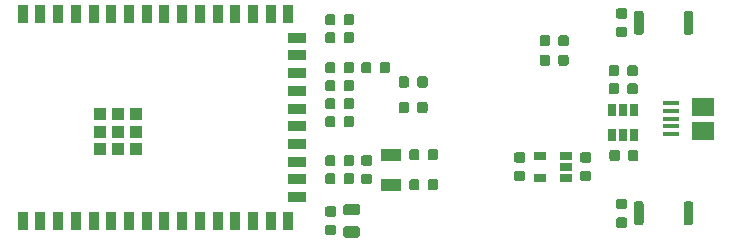
<source format=gbr>
G04 #@! TF.GenerationSoftware,KiCad,Pcbnew,(5.1.5-0-10_14)*
G04 #@! TF.CreationDate,2020-03-19T14:06:28+10:00*
G04 #@! TF.ProjectId,ESP32-S2-Breakout,45535033-322d-4533-922d-427265616b6f,rev?*
G04 #@! TF.SameCoordinates,Original*
G04 #@! TF.FileFunction,Paste,Top*
G04 #@! TF.FilePolarity,Positive*
%FSLAX46Y46*%
G04 Gerber Fmt 4.6, Leading zero omitted, Abs format (unit mm)*
G04 Created by KiCad (PCBNEW (5.1.5-0-10_14)) date 2020-03-19 14:06:28*
%MOMM*%
%LPD*%
G04 APERTURE LIST*
%ADD10C,0.100000*%
%ADD11R,0.650000X1.060000*%
%ADD12R,0.900000X1.500000*%
%ADD13R,1.500000X0.900000*%
%ADD14R,1.100000X1.100000*%
%ADD15R,1.800000X1.000000*%
%ADD16R,1.060000X0.650000*%
%ADD17R,1.900000X1.500000*%
%ADD18R,1.350000X0.400000*%
G04 APERTURE END LIST*
D10*
G36*
X164476691Y-93633053D02*
G01*
X164497926Y-93636203D01*
X164518750Y-93641419D01*
X164538962Y-93648651D01*
X164558368Y-93657830D01*
X164576781Y-93668866D01*
X164594024Y-93681654D01*
X164609930Y-93696070D01*
X164624346Y-93711976D01*
X164637134Y-93729219D01*
X164648170Y-93747632D01*
X164657349Y-93767038D01*
X164664581Y-93787250D01*
X164669797Y-93808074D01*
X164672947Y-93829309D01*
X164674000Y-93850750D01*
X164674000Y-94363250D01*
X164672947Y-94384691D01*
X164669797Y-94405926D01*
X164664581Y-94426750D01*
X164657349Y-94446962D01*
X164648170Y-94466368D01*
X164637134Y-94484781D01*
X164624346Y-94502024D01*
X164609930Y-94517930D01*
X164594024Y-94532346D01*
X164576781Y-94545134D01*
X164558368Y-94556170D01*
X164538962Y-94565349D01*
X164518750Y-94572581D01*
X164497926Y-94577797D01*
X164476691Y-94580947D01*
X164455250Y-94582000D01*
X164017750Y-94582000D01*
X163996309Y-94580947D01*
X163975074Y-94577797D01*
X163954250Y-94572581D01*
X163934038Y-94565349D01*
X163914632Y-94556170D01*
X163896219Y-94545134D01*
X163878976Y-94532346D01*
X163863070Y-94517930D01*
X163848654Y-94502024D01*
X163835866Y-94484781D01*
X163824830Y-94466368D01*
X163815651Y-94446962D01*
X163808419Y-94426750D01*
X163803203Y-94405926D01*
X163800053Y-94384691D01*
X163799000Y-94363250D01*
X163799000Y-93850750D01*
X163800053Y-93829309D01*
X163803203Y-93808074D01*
X163808419Y-93787250D01*
X163815651Y-93767038D01*
X163824830Y-93747632D01*
X163835866Y-93729219D01*
X163848654Y-93711976D01*
X163863070Y-93696070D01*
X163878976Y-93681654D01*
X163896219Y-93668866D01*
X163914632Y-93657830D01*
X163934038Y-93648651D01*
X163954250Y-93641419D01*
X163975074Y-93636203D01*
X163996309Y-93633053D01*
X164017750Y-93632000D01*
X164455250Y-93632000D01*
X164476691Y-93633053D01*
G37*
G36*
X162901691Y-93633053D02*
G01*
X162922926Y-93636203D01*
X162943750Y-93641419D01*
X162963962Y-93648651D01*
X162983368Y-93657830D01*
X163001781Y-93668866D01*
X163019024Y-93681654D01*
X163034930Y-93696070D01*
X163049346Y-93711976D01*
X163062134Y-93729219D01*
X163073170Y-93747632D01*
X163082349Y-93767038D01*
X163089581Y-93787250D01*
X163094797Y-93808074D01*
X163097947Y-93829309D01*
X163099000Y-93850750D01*
X163099000Y-94363250D01*
X163097947Y-94384691D01*
X163094797Y-94405926D01*
X163089581Y-94426750D01*
X163082349Y-94446962D01*
X163073170Y-94466368D01*
X163062134Y-94484781D01*
X163049346Y-94502024D01*
X163034930Y-94517930D01*
X163019024Y-94532346D01*
X163001781Y-94545134D01*
X162983368Y-94556170D01*
X162963962Y-94565349D01*
X162943750Y-94572581D01*
X162922926Y-94577797D01*
X162901691Y-94580947D01*
X162880250Y-94582000D01*
X162442750Y-94582000D01*
X162421309Y-94580947D01*
X162400074Y-94577797D01*
X162379250Y-94572581D01*
X162359038Y-94565349D01*
X162339632Y-94556170D01*
X162321219Y-94545134D01*
X162303976Y-94532346D01*
X162288070Y-94517930D01*
X162273654Y-94502024D01*
X162260866Y-94484781D01*
X162249830Y-94466368D01*
X162240651Y-94446962D01*
X162233419Y-94426750D01*
X162228203Y-94405926D01*
X162225053Y-94384691D01*
X162224000Y-94363250D01*
X162224000Y-93850750D01*
X162225053Y-93829309D01*
X162228203Y-93808074D01*
X162233419Y-93787250D01*
X162240651Y-93767038D01*
X162249830Y-93747632D01*
X162260866Y-93729219D01*
X162273654Y-93711976D01*
X162288070Y-93696070D01*
X162303976Y-93681654D01*
X162321219Y-93668866D01*
X162339632Y-93657830D01*
X162359038Y-93648651D01*
X162379250Y-93641419D01*
X162400074Y-93636203D01*
X162421309Y-93633053D01*
X162442750Y-93632000D01*
X162880250Y-93632000D01*
X162901691Y-93633053D01*
G37*
G36*
X162901691Y-91982053D02*
G01*
X162922926Y-91985203D01*
X162943750Y-91990419D01*
X162963962Y-91997651D01*
X162983368Y-92006830D01*
X163001781Y-92017866D01*
X163019024Y-92030654D01*
X163034930Y-92045070D01*
X163049346Y-92060976D01*
X163062134Y-92078219D01*
X163073170Y-92096632D01*
X163082349Y-92116038D01*
X163089581Y-92136250D01*
X163094797Y-92157074D01*
X163097947Y-92178309D01*
X163099000Y-92199750D01*
X163099000Y-92712250D01*
X163097947Y-92733691D01*
X163094797Y-92754926D01*
X163089581Y-92775750D01*
X163082349Y-92795962D01*
X163073170Y-92815368D01*
X163062134Y-92833781D01*
X163049346Y-92851024D01*
X163034930Y-92866930D01*
X163019024Y-92881346D01*
X163001781Y-92894134D01*
X162983368Y-92905170D01*
X162963962Y-92914349D01*
X162943750Y-92921581D01*
X162922926Y-92926797D01*
X162901691Y-92929947D01*
X162880250Y-92931000D01*
X162442750Y-92931000D01*
X162421309Y-92929947D01*
X162400074Y-92926797D01*
X162379250Y-92921581D01*
X162359038Y-92914349D01*
X162339632Y-92905170D01*
X162321219Y-92894134D01*
X162303976Y-92881346D01*
X162288070Y-92866930D01*
X162273654Y-92851024D01*
X162260866Y-92833781D01*
X162249830Y-92815368D01*
X162240651Y-92795962D01*
X162233419Y-92775750D01*
X162228203Y-92754926D01*
X162225053Y-92733691D01*
X162224000Y-92712250D01*
X162224000Y-92199750D01*
X162225053Y-92178309D01*
X162228203Y-92157074D01*
X162233419Y-92136250D01*
X162240651Y-92116038D01*
X162249830Y-92096632D01*
X162260866Y-92078219D01*
X162273654Y-92060976D01*
X162288070Y-92045070D01*
X162303976Y-92030654D01*
X162321219Y-92017866D01*
X162339632Y-92006830D01*
X162359038Y-91997651D01*
X162379250Y-91990419D01*
X162400074Y-91985203D01*
X162421309Y-91982053D01*
X162442750Y-91981000D01*
X162880250Y-91981000D01*
X162901691Y-91982053D01*
G37*
G36*
X164476691Y-91982053D02*
G01*
X164497926Y-91985203D01*
X164518750Y-91990419D01*
X164538962Y-91997651D01*
X164558368Y-92006830D01*
X164576781Y-92017866D01*
X164594024Y-92030654D01*
X164609930Y-92045070D01*
X164624346Y-92060976D01*
X164637134Y-92078219D01*
X164648170Y-92096632D01*
X164657349Y-92116038D01*
X164664581Y-92136250D01*
X164669797Y-92157074D01*
X164672947Y-92178309D01*
X164674000Y-92199750D01*
X164674000Y-92712250D01*
X164672947Y-92733691D01*
X164669797Y-92754926D01*
X164664581Y-92775750D01*
X164657349Y-92795962D01*
X164648170Y-92815368D01*
X164637134Y-92833781D01*
X164624346Y-92851024D01*
X164609930Y-92866930D01*
X164594024Y-92881346D01*
X164576781Y-92894134D01*
X164558368Y-92905170D01*
X164538962Y-92914349D01*
X164518750Y-92921581D01*
X164497926Y-92926797D01*
X164476691Y-92929947D01*
X164455250Y-92931000D01*
X164017750Y-92931000D01*
X163996309Y-92929947D01*
X163975074Y-92926797D01*
X163954250Y-92921581D01*
X163934038Y-92914349D01*
X163914632Y-92905170D01*
X163896219Y-92894134D01*
X163878976Y-92881346D01*
X163863070Y-92866930D01*
X163848654Y-92851024D01*
X163835866Y-92833781D01*
X163824830Y-92815368D01*
X163815651Y-92795962D01*
X163808419Y-92775750D01*
X163803203Y-92754926D01*
X163800053Y-92733691D01*
X163799000Y-92712250D01*
X163799000Y-92199750D01*
X163800053Y-92178309D01*
X163803203Y-92157074D01*
X163808419Y-92136250D01*
X163815651Y-92116038D01*
X163824830Y-92096632D01*
X163835866Y-92078219D01*
X163848654Y-92060976D01*
X163863070Y-92045070D01*
X163878976Y-92030654D01*
X163896219Y-92017866D01*
X163914632Y-92006830D01*
X163934038Y-91997651D01*
X163954250Y-91990419D01*
X163975074Y-91985203D01*
X163996309Y-91982053D01*
X164017750Y-91981000D01*
X164455250Y-91981000D01*
X164476691Y-91982053D01*
G37*
G36*
X152538691Y-97633553D02*
G01*
X152559926Y-97636703D01*
X152580750Y-97641919D01*
X152600962Y-97649151D01*
X152620368Y-97658330D01*
X152638781Y-97669366D01*
X152656024Y-97682154D01*
X152671930Y-97696570D01*
X152686346Y-97712476D01*
X152699134Y-97729719D01*
X152710170Y-97748132D01*
X152719349Y-97767538D01*
X152726581Y-97787750D01*
X152731797Y-97808574D01*
X152734947Y-97829809D01*
X152736000Y-97851250D01*
X152736000Y-98363750D01*
X152734947Y-98385191D01*
X152731797Y-98406426D01*
X152726581Y-98427250D01*
X152719349Y-98447462D01*
X152710170Y-98466868D01*
X152699134Y-98485281D01*
X152686346Y-98502524D01*
X152671930Y-98518430D01*
X152656024Y-98532846D01*
X152638781Y-98545634D01*
X152620368Y-98556670D01*
X152600962Y-98565849D01*
X152580750Y-98573081D01*
X152559926Y-98578297D01*
X152538691Y-98581447D01*
X152517250Y-98582500D01*
X152079750Y-98582500D01*
X152058309Y-98581447D01*
X152037074Y-98578297D01*
X152016250Y-98573081D01*
X151996038Y-98565849D01*
X151976632Y-98556670D01*
X151958219Y-98545634D01*
X151940976Y-98532846D01*
X151925070Y-98518430D01*
X151910654Y-98502524D01*
X151897866Y-98485281D01*
X151886830Y-98466868D01*
X151877651Y-98447462D01*
X151870419Y-98427250D01*
X151865203Y-98406426D01*
X151862053Y-98385191D01*
X151861000Y-98363750D01*
X151861000Y-97851250D01*
X151862053Y-97829809D01*
X151865203Y-97808574D01*
X151870419Y-97787750D01*
X151877651Y-97767538D01*
X151886830Y-97748132D01*
X151897866Y-97729719D01*
X151910654Y-97712476D01*
X151925070Y-97696570D01*
X151940976Y-97682154D01*
X151958219Y-97669366D01*
X151976632Y-97658330D01*
X151996038Y-97649151D01*
X152016250Y-97641919D01*
X152037074Y-97636703D01*
X152058309Y-97633553D01*
X152079750Y-97632500D01*
X152517250Y-97632500D01*
X152538691Y-97633553D01*
G37*
G36*
X150963691Y-97633553D02*
G01*
X150984926Y-97636703D01*
X151005750Y-97641919D01*
X151025962Y-97649151D01*
X151045368Y-97658330D01*
X151063781Y-97669366D01*
X151081024Y-97682154D01*
X151096930Y-97696570D01*
X151111346Y-97712476D01*
X151124134Y-97729719D01*
X151135170Y-97748132D01*
X151144349Y-97767538D01*
X151151581Y-97787750D01*
X151156797Y-97808574D01*
X151159947Y-97829809D01*
X151161000Y-97851250D01*
X151161000Y-98363750D01*
X151159947Y-98385191D01*
X151156797Y-98406426D01*
X151151581Y-98427250D01*
X151144349Y-98447462D01*
X151135170Y-98466868D01*
X151124134Y-98485281D01*
X151111346Y-98502524D01*
X151096930Y-98518430D01*
X151081024Y-98532846D01*
X151063781Y-98545634D01*
X151045368Y-98556670D01*
X151025962Y-98565849D01*
X151005750Y-98573081D01*
X150984926Y-98578297D01*
X150963691Y-98581447D01*
X150942250Y-98582500D01*
X150504750Y-98582500D01*
X150483309Y-98581447D01*
X150462074Y-98578297D01*
X150441250Y-98573081D01*
X150421038Y-98565849D01*
X150401632Y-98556670D01*
X150383219Y-98545634D01*
X150365976Y-98532846D01*
X150350070Y-98518430D01*
X150335654Y-98502524D01*
X150322866Y-98485281D01*
X150311830Y-98466868D01*
X150302651Y-98447462D01*
X150295419Y-98427250D01*
X150290203Y-98406426D01*
X150287053Y-98385191D01*
X150286000Y-98363750D01*
X150286000Y-97851250D01*
X150287053Y-97829809D01*
X150290203Y-97808574D01*
X150295419Y-97787750D01*
X150302651Y-97767538D01*
X150311830Y-97748132D01*
X150322866Y-97729719D01*
X150335654Y-97712476D01*
X150350070Y-97696570D01*
X150365976Y-97682154D01*
X150383219Y-97669366D01*
X150401632Y-97658330D01*
X150421038Y-97649151D01*
X150441250Y-97641919D01*
X150462074Y-97636703D01*
X150483309Y-97633553D01*
X150504750Y-97632500D01*
X150942250Y-97632500D01*
X150963691Y-97633553D01*
G37*
G36*
X150963691Y-95474553D02*
G01*
X150984926Y-95477703D01*
X151005750Y-95482919D01*
X151025962Y-95490151D01*
X151045368Y-95499330D01*
X151063781Y-95510366D01*
X151081024Y-95523154D01*
X151096930Y-95537570D01*
X151111346Y-95553476D01*
X151124134Y-95570719D01*
X151135170Y-95589132D01*
X151144349Y-95608538D01*
X151151581Y-95628750D01*
X151156797Y-95649574D01*
X151159947Y-95670809D01*
X151161000Y-95692250D01*
X151161000Y-96204750D01*
X151159947Y-96226191D01*
X151156797Y-96247426D01*
X151151581Y-96268250D01*
X151144349Y-96288462D01*
X151135170Y-96307868D01*
X151124134Y-96326281D01*
X151111346Y-96343524D01*
X151096930Y-96359430D01*
X151081024Y-96373846D01*
X151063781Y-96386634D01*
X151045368Y-96397670D01*
X151025962Y-96406849D01*
X151005750Y-96414081D01*
X150984926Y-96419297D01*
X150963691Y-96422447D01*
X150942250Y-96423500D01*
X150504750Y-96423500D01*
X150483309Y-96422447D01*
X150462074Y-96419297D01*
X150441250Y-96414081D01*
X150421038Y-96406849D01*
X150401632Y-96397670D01*
X150383219Y-96386634D01*
X150365976Y-96373846D01*
X150350070Y-96359430D01*
X150335654Y-96343524D01*
X150322866Y-96326281D01*
X150311830Y-96307868D01*
X150302651Y-96288462D01*
X150295419Y-96268250D01*
X150290203Y-96247426D01*
X150287053Y-96226191D01*
X150286000Y-96204750D01*
X150286000Y-95692250D01*
X150287053Y-95670809D01*
X150290203Y-95649574D01*
X150295419Y-95628750D01*
X150302651Y-95608538D01*
X150311830Y-95589132D01*
X150322866Y-95570719D01*
X150335654Y-95553476D01*
X150350070Y-95537570D01*
X150365976Y-95523154D01*
X150383219Y-95510366D01*
X150401632Y-95499330D01*
X150421038Y-95490151D01*
X150441250Y-95482919D01*
X150462074Y-95477703D01*
X150483309Y-95474553D01*
X150504750Y-95473500D01*
X150942250Y-95473500D01*
X150963691Y-95474553D01*
G37*
G36*
X152538691Y-95474553D02*
G01*
X152559926Y-95477703D01*
X152580750Y-95482919D01*
X152600962Y-95490151D01*
X152620368Y-95499330D01*
X152638781Y-95510366D01*
X152656024Y-95523154D01*
X152671930Y-95537570D01*
X152686346Y-95553476D01*
X152699134Y-95570719D01*
X152710170Y-95589132D01*
X152719349Y-95608538D01*
X152726581Y-95628750D01*
X152731797Y-95649574D01*
X152734947Y-95670809D01*
X152736000Y-95692250D01*
X152736000Y-96204750D01*
X152734947Y-96226191D01*
X152731797Y-96247426D01*
X152726581Y-96268250D01*
X152719349Y-96288462D01*
X152710170Y-96307868D01*
X152699134Y-96326281D01*
X152686346Y-96343524D01*
X152671930Y-96359430D01*
X152656024Y-96373846D01*
X152638781Y-96386634D01*
X152620368Y-96397670D01*
X152600962Y-96406849D01*
X152580750Y-96414081D01*
X152559926Y-96419297D01*
X152538691Y-96422447D01*
X152517250Y-96423500D01*
X152079750Y-96423500D01*
X152058309Y-96422447D01*
X152037074Y-96419297D01*
X152016250Y-96414081D01*
X151996038Y-96406849D01*
X151976632Y-96397670D01*
X151958219Y-96386634D01*
X151940976Y-96373846D01*
X151925070Y-96359430D01*
X151910654Y-96343524D01*
X151897866Y-96326281D01*
X151886830Y-96307868D01*
X151877651Y-96288462D01*
X151870419Y-96268250D01*
X151865203Y-96247426D01*
X151862053Y-96226191D01*
X151861000Y-96204750D01*
X151861000Y-95692250D01*
X151862053Y-95670809D01*
X151865203Y-95649574D01*
X151870419Y-95628750D01*
X151877651Y-95608538D01*
X151886830Y-95589132D01*
X151897866Y-95570719D01*
X151910654Y-95553476D01*
X151925070Y-95537570D01*
X151940976Y-95523154D01*
X151958219Y-95510366D01*
X151976632Y-95499330D01*
X151996038Y-95490151D01*
X152016250Y-95482919D01*
X152037074Y-95477703D01*
X152058309Y-95474553D01*
X152079750Y-95473500D01*
X152517250Y-95473500D01*
X152538691Y-95474553D01*
G37*
D11*
X169291000Y-100477500D03*
X170241000Y-100477500D03*
X168341000Y-100477500D03*
X168341000Y-98277500D03*
X169291000Y-98277500D03*
X170241000Y-98277500D03*
D10*
G36*
X170318691Y-96046053D02*
G01*
X170339926Y-96049203D01*
X170360750Y-96054419D01*
X170380962Y-96061651D01*
X170400368Y-96070830D01*
X170418781Y-96081866D01*
X170436024Y-96094654D01*
X170451930Y-96109070D01*
X170466346Y-96124976D01*
X170479134Y-96142219D01*
X170490170Y-96160632D01*
X170499349Y-96180038D01*
X170506581Y-96200250D01*
X170511797Y-96221074D01*
X170514947Y-96242309D01*
X170516000Y-96263750D01*
X170516000Y-96776250D01*
X170514947Y-96797691D01*
X170511797Y-96818926D01*
X170506581Y-96839750D01*
X170499349Y-96859962D01*
X170490170Y-96879368D01*
X170479134Y-96897781D01*
X170466346Y-96915024D01*
X170451930Y-96930930D01*
X170436024Y-96945346D01*
X170418781Y-96958134D01*
X170400368Y-96969170D01*
X170380962Y-96978349D01*
X170360750Y-96985581D01*
X170339926Y-96990797D01*
X170318691Y-96993947D01*
X170297250Y-96995000D01*
X169859750Y-96995000D01*
X169838309Y-96993947D01*
X169817074Y-96990797D01*
X169796250Y-96985581D01*
X169776038Y-96978349D01*
X169756632Y-96969170D01*
X169738219Y-96958134D01*
X169720976Y-96945346D01*
X169705070Y-96930930D01*
X169690654Y-96915024D01*
X169677866Y-96897781D01*
X169666830Y-96879368D01*
X169657651Y-96859962D01*
X169650419Y-96839750D01*
X169645203Y-96818926D01*
X169642053Y-96797691D01*
X169641000Y-96776250D01*
X169641000Y-96263750D01*
X169642053Y-96242309D01*
X169645203Y-96221074D01*
X169650419Y-96200250D01*
X169657651Y-96180038D01*
X169666830Y-96160632D01*
X169677866Y-96142219D01*
X169690654Y-96124976D01*
X169705070Y-96109070D01*
X169720976Y-96094654D01*
X169738219Y-96081866D01*
X169756632Y-96070830D01*
X169776038Y-96061651D01*
X169796250Y-96054419D01*
X169817074Y-96049203D01*
X169838309Y-96046053D01*
X169859750Y-96045000D01*
X170297250Y-96045000D01*
X170318691Y-96046053D01*
G37*
G36*
X168743691Y-96046053D02*
G01*
X168764926Y-96049203D01*
X168785750Y-96054419D01*
X168805962Y-96061651D01*
X168825368Y-96070830D01*
X168843781Y-96081866D01*
X168861024Y-96094654D01*
X168876930Y-96109070D01*
X168891346Y-96124976D01*
X168904134Y-96142219D01*
X168915170Y-96160632D01*
X168924349Y-96180038D01*
X168931581Y-96200250D01*
X168936797Y-96221074D01*
X168939947Y-96242309D01*
X168941000Y-96263750D01*
X168941000Y-96776250D01*
X168939947Y-96797691D01*
X168936797Y-96818926D01*
X168931581Y-96839750D01*
X168924349Y-96859962D01*
X168915170Y-96879368D01*
X168904134Y-96897781D01*
X168891346Y-96915024D01*
X168876930Y-96930930D01*
X168861024Y-96945346D01*
X168843781Y-96958134D01*
X168825368Y-96969170D01*
X168805962Y-96978349D01*
X168785750Y-96985581D01*
X168764926Y-96990797D01*
X168743691Y-96993947D01*
X168722250Y-96995000D01*
X168284750Y-96995000D01*
X168263309Y-96993947D01*
X168242074Y-96990797D01*
X168221250Y-96985581D01*
X168201038Y-96978349D01*
X168181632Y-96969170D01*
X168163219Y-96958134D01*
X168145976Y-96945346D01*
X168130070Y-96930930D01*
X168115654Y-96915024D01*
X168102866Y-96897781D01*
X168091830Y-96879368D01*
X168082651Y-96859962D01*
X168075419Y-96839750D01*
X168070203Y-96818926D01*
X168067053Y-96797691D01*
X168066000Y-96776250D01*
X168066000Y-96263750D01*
X168067053Y-96242309D01*
X168070203Y-96221074D01*
X168075419Y-96200250D01*
X168082651Y-96180038D01*
X168091830Y-96160632D01*
X168102866Y-96142219D01*
X168115654Y-96124976D01*
X168130070Y-96109070D01*
X168145976Y-96094654D01*
X168163219Y-96081866D01*
X168181632Y-96070830D01*
X168201038Y-96061651D01*
X168221250Y-96054419D01*
X168242074Y-96049203D01*
X168263309Y-96046053D01*
X168284750Y-96045000D01*
X168722250Y-96045000D01*
X168743691Y-96046053D01*
G37*
G36*
X168743691Y-94522053D02*
G01*
X168764926Y-94525203D01*
X168785750Y-94530419D01*
X168805962Y-94537651D01*
X168825368Y-94546830D01*
X168843781Y-94557866D01*
X168861024Y-94570654D01*
X168876930Y-94585070D01*
X168891346Y-94600976D01*
X168904134Y-94618219D01*
X168915170Y-94636632D01*
X168924349Y-94656038D01*
X168931581Y-94676250D01*
X168936797Y-94697074D01*
X168939947Y-94718309D01*
X168941000Y-94739750D01*
X168941000Y-95252250D01*
X168939947Y-95273691D01*
X168936797Y-95294926D01*
X168931581Y-95315750D01*
X168924349Y-95335962D01*
X168915170Y-95355368D01*
X168904134Y-95373781D01*
X168891346Y-95391024D01*
X168876930Y-95406930D01*
X168861024Y-95421346D01*
X168843781Y-95434134D01*
X168825368Y-95445170D01*
X168805962Y-95454349D01*
X168785750Y-95461581D01*
X168764926Y-95466797D01*
X168743691Y-95469947D01*
X168722250Y-95471000D01*
X168284750Y-95471000D01*
X168263309Y-95469947D01*
X168242074Y-95466797D01*
X168221250Y-95461581D01*
X168201038Y-95454349D01*
X168181632Y-95445170D01*
X168163219Y-95434134D01*
X168145976Y-95421346D01*
X168130070Y-95406930D01*
X168115654Y-95391024D01*
X168102866Y-95373781D01*
X168091830Y-95355368D01*
X168082651Y-95335962D01*
X168075419Y-95315750D01*
X168070203Y-95294926D01*
X168067053Y-95273691D01*
X168066000Y-95252250D01*
X168066000Y-94739750D01*
X168067053Y-94718309D01*
X168070203Y-94697074D01*
X168075419Y-94676250D01*
X168082651Y-94656038D01*
X168091830Y-94636632D01*
X168102866Y-94618219D01*
X168115654Y-94600976D01*
X168130070Y-94585070D01*
X168145976Y-94570654D01*
X168163219Y-94557866D01*
X168181632Y-94546830D01*
X168201038Y-94537651D01*
X168221250Y-94530419D01*
X168242074Y-94525203D01*
X168263309Y-94522053D01*
X168284750Y-94521000D01*
X168722250Y-94521000D01*
X168743691Y-94522053D01*
G37*
G36*
X170318691Y-94522053D02*
G01*
X170339926Y-94525203D01*
X170360750Y-94530419D01*
X170380962Y-94537651D01*
X170400368Y-94546830D01*
X170418781Y-94557866D01*
X170436024Y-94570654D01*
X170451930Y-94585070D01*
X170466346Y-94600976D01*
X170479134Y-94618219D01*
X170490170Y-94636632D01*
X170499349Y-94656038D01*
X170506581Y-94676250D01*
X170511797Y-94697074D01*
X170514947Y-94718309D01*
X170516000Y-94739750D01*
X170516000Y-95252250D01*
X170514947Y-95273691D01*
X170511797Y-95294926D01*
X170506581Y-95315750D01*
X170499349Y-95335962D01*
X170490170Y-95355368D01*
X170479134Y-95373781D01*
X170466346Y-95391024D01*
X170451930Y-95406930D01*
X170436024Y-95421346D01*
X170418781Y-95434134D01*
X170400368Y-95445170D01*
X170380962Y-95454349D01*
X170360750Y-95461581D01*
X170339926Y-95466797D01*
X170318691Y-95469947D01*
X170297250Y-95471000D01*
X169859750Y-95471000D01*
X169838309Y-95469947D01*
X169817074Y-95466797D01*
X169796250Y-95461581D01*
X169776038Y-95454349D01*
X169756632Y-95445170D01*
X169738219Y-95434134D01*
X169720976Y-95421346D01*
X169705070Y-95406930D01*
X169690654Y-95391024D01*
X169677866Y-95373781D01*
X169666830Y-95355368D01*
X169657651Y-95335962D01*
X169650419Y-95315750D01*
X169645203Y-95294926D01*
X169642053Y-95273691D01*
X169641000Y-95252250D01*
X169641000Y-94739750D01*
X169642053Y-94718309D01*
X169645203Y-94697074D01*
X169650419Y-94676250D01*
X169657651Y-94656038D01*
X169666830Y-94636632D01*
X169677866Y-94618219D01*
X169690654Y-94600976D01*
X169705070Y-94585070D01*
X169720976Y-94570654D01*
X169738219Y-94557866D01*
X169756632Y-94546830D01*
X169776038Y-94537651D01*
X169796250Y-94530419D01*
X169817074Y-94525203D01*
X169838309Y-94522053D01*
X169859750Y-94521000D01*
X170297250Y-94521000D01*
X170318691Y-94522053D01*
G37*
D12*
X118460000Y-107700000D03*
X119960000Y-107700000D03*
X122960000Y-107700000D03*
X121460000Y-107700000D03*
X125960000Y-107700000D03*
X124460000Y-107700000D03*
X128960000Y-107700000D03*
X127460000Y-107700000D03*
X131960000Y-107700000D03*
X130460000Y-107700000D03*
X134960000Y-107700000D03*
X133460000Y-107700000D03*
X137960000Y-107700000D03*
X136460000Y-107700000D03*
X140960000Y-107700000D03*
X139460000Y-107700000D03*
D13*
X141710000Y-105700000D03*
X141710000Y-104200000D03*
X141710000Y-101200000D03*
X141710000Y-102700000D03*
X141710000Y-98200000D03*
X141710000Y-99700000D03*
X141710000Y-95200000D03*
X141710000Y-96700000D03*
X141710000Y-92200000D03*
X141710000Y-93700000D03*
D12*
X121460000Y-90200000D03*
X122960000Y-90200000D03*
X128960000Y-90200000D03*
X131960000Y-90200000D03*
X127460000Y-90200000D03*
X124460000Y-90200000D03*
X137960000Y-90200000D03*
X125960000Y-90200000D03*
X133460000Y-90200000D03*
X139460000Y-90200000D03*
X130460000Y-90200000D03*
X136460000Y-90200000D03*
X119960000Y-90200000D03*
X140960000Y-90200000D03*
X118460000Y-90200000D03*
X134960000Y-90200000D03*
D14*
X126510000Y-100140000D03*
X125010000Y-100140000D03*
X128010000Y-100140000D03*
X128010000Y-98640000D03*
X126510000Y-98640000D03*
X125010000Y-98640000D03*
X128010000Y-101640000D03*
X126510000Y-101640000D03*
X125010000Y-101640000D03*
D10*
G36*
X144740691Y-94268053D02*
G01*
X144761926Y-94271203D01*
X144782750Y-94276419D01*
X144802962Y-94283651D01*
X144822368Y-94292830D01*
X144840781Y-94303866D01*
X144858024Y-94316654D01*
X144873930Y-94331070D01*
X144888346Y-94346976D01*
X144901134Y-94364219D01*
X144912170Y-94382632D01*
X144921349Y-94402038D01*
X144928581Y-94422250D01*
X144933797Y-94443074D01*
X144936947Y-94464309D01*
X144938000Y-94485750D01*
X144938000Y-94998250D01*
X144936947Y-95019691D01*
X144933797Y-95040926D01*
X144928581Y-95061750D01*
X144921349Y-95081962D01*
X144912170Y-95101368D01*
X144901134Y-95119781D01*
X144888346Y-95137024D01*
X144873930Y-95152930D01*
X144858024Y-95167346D01*
X144840781Y-95180134D01*
X144822368Y-95191170D01*
X144802962Y-95200349D01*
X144782750Y-95207581D01*
X144761926Y-95212797D01*
X144740691Y-95215947D01*
X144719250Y-95217000D01*
X144281750Y-95217000D01*
X144260309Y-95215947D01*
X144239074Y-95212797D01*
X144218250Y-95207581D01*
X144198038Y-95200349D01*
X144178632Y-95191170D01*
X144160219Y-95180134D01*
X144142976Y-95167346D01*
X144127070Y-95152930D01*
X144112654Y-95137024D01*
X144099866Y-95119781D01*
X144088830Y-95101368D01*
X144079651Y-95081962D01*
X144072419Y-95061750D01*
X144067203Y-95040926D01*
X144064053Y-95019691D01*
X144063000Y-94998250D01*
X144063000Y-94485750D01*
X144064053Y-94464309D01*
X144067203Y-94443074D01*
X144072419Y-94422250D01*
X144079651Y-94402038D01*
X144088830Y-94382632D01*
X144099866Y-94364219D01*
X144112654Y-94346976D01*
X144127070Y-94331070D01*
X144142976Y-94316654D01*
X144160219Y-94303866D01*
X144178632Y-94292830D01*
X144198038Y-94283651D01*
X144218250Y-94276419D01*
X144239074Y-94271203D01*
X144260309Y-94268053D01*
X144281750Y-94267000D01*
X144719250Y-94267000D01*
X144740691Y-94268053D01*
G37*
G36*
X146315691Y-94268053D02*
G01*
X146336926Y-94271203D01*
X146357750Y-94276419D01*
X146377962Y-94283651D01*
X146397368Y-94292830D01*
X146415781Y-94303866D01*
X146433024Y-94316654D01*
X146448930Y-94331070D01*
X146463346Y-94346976D01*
X146476134Y-94364219D01*
X146487170Y-94382632D01*
X146496349Y-94402038D01*
X146503581Y-94422250D01*
X146508797Y-94443074D01*
X146511947Y-94464309D01*
X146513000Y-94485750D01*
X146513000Y-94998250D01*
X146511947Y-95019691D01*
X146508797Y-95040926D01*
X146503581Y-95061750D01*
X146496349Y-95081962D01*
X146487170Y-95101368D01*
X146476134Y-95119781D01*
X146463346Y-95137024D01*
X146448930Y-95152930D01*
X146433024Y-95167346D01*
X146415781Y-95180134D01*
X146397368Y-95191170D01*
X146377962Y-95200349D01*
X146357750Y-95207581D01*
X146336926Y-95212797D01*
X146315691Y-95215947D01*
X146294250Y-95217000D01*
X145856750Y-95217000D01*
X145835309Y-95215947D01*
X145814074Y-95212797D01*
X145793250Y-95207581D01*
X145773038Y-95200349D01*
X145753632Y-95191170D01*
X145735219Y-95180134D01*
X145717976Y-95167346D01*
X145702070Y-95152930D01*
X145687654Y-95137024D01*
X145674866Y-95119781D01*
X145663830Y-95101368D01*
X145654651Y-95081962D01*
X145647419Y-95061750D01*
X145642203Y-95040926D01*
X145639053Y-95019691D01*
X145638000Y-94998250D01*
X145638000Y-94485750D01*
X145639053Y-94464309D01*
X145642203Y-94443074D01*
X145647419Y-94422250D01*
X145654651Y-94402038D01*
X145663830Y-94382632D01*
X145674866Y-94364219D01*
X145687654Y-94346976D01*
X145702070Y-94331070D01*
X145717976Y-94316654D01*
X145735219Y-94303866D01*
X145753632Y-94292830D01*
X145773038Y-94283651D01*
X145793250Y-94276419D01*
X145814074Y-94271203D01*
X145835309Y-94268053D01*
X145856750Y-94267000D01*
X146294250Y-94267000D01*
X146315691Y-94268053D01*
G37*
G36*
X147788691Y-94268053D02*
G01*
X147809926Y-94271203D01*
X147830750Y-94276419D01*
X147850962Y-94283651D01*
X147870368Y-94292830D01*
X147888781Y-94303866D01*
X147906024Y-94316654D01*
X147921930Y-94331070D01*
X147936346Y-94346976D01*
X147949134Y-94364219D01*
X147960170Y-94382632D01*
X147969349Y-94402038D01*
X147976581Y-94422250D01*
X147981797Y-94443074D01*
X147984947Y-94464309D01*
X147986000Y-94485750D01*
X147986000Y-94998250D01*
X147984947Y-95019691D01*
X147981797Y-95040926D01*
X147976581Y-95061750D01*
X147969349Y-95081962D01*
X147960170Y-95101368D01*
X147949134Y-95119781D01*
X147936346Y-95137024D01*
X147921930Y-95152930D01*
X147906024Y-95167346D01*
X147888781Y-95180134D01*
X147870368Y-95191170D01*
X147850962Y-95200349D01*
X147830750Y-95207581D01*
X147809926Y-95212797D01*
X147788691Y-95215947D01*
X147767250Y-95217000D01*
X147329750Y-95217000D01*
X147308309Y-95215947D01*
X147287074Y-95212797D01*
X147266250Y-95207581D01*
X147246038Y-95200349D01*
X147226632Y-95191170D01*
X147208219Y-95180134D01*
X147190976Y-95167346D01*
X147175070Y-95152930D01*
X147160654Y-95137024D01*
X147147866Y-95119781D01*
X147136830Y-95101368D01*
X147127651Y-95081962D01*
X147120419Y-95061750D01*
X147115203Y-95040926D01*
X147112053Y-95019691D01*
X147111000Y-94998250D01*
X147111000Y-94485750D01*
X147112053Y-94464309D01*
X147115203Y-94443074D01*
X147120419Y-94422250D01*
X147127651Y-94402038D01*
X147136830Y-94382632D01*
X147147866Y-94364219D01*
X147160654Y-94346976D01*
X147175070Y-94331070D01*
X147190976Y-94316654D01*
X147208219Y-94303866D01*
X147226632Y-94292830D01*
X147246038Y-94283651D01*
X147266250Y-94276419D01*
X147287074Y-94271203D01*
X147308309Y-94268053D01*
X147329750Y-94267000D01*
X147767250Y-94267000D01*
X147788691Y-94268053D01*
G37*
G36*
X149363691Y-94268053D02*
G01*
X149384926Y-94271203D01*
X149405750Y-94276419D01*
X149425962Y-94283651D01*
X149445368Y-94292830D01*
X149463781Y-94303866D01*
X149481024Y-94316654D01*
X149496930Y-94331070D01*
X149511346Y-94346976D01*
X149524134Y-94364219D01*
X149535170Y-94382632D01*
X149544349Y-94402038D01*
X149551581Y-94422250D01*
X149556797Y-94443074D01*
X149559947Y-94464309D01*
X149561000Y-94485750D01*
X149561000Y-94998250D01*
X149559947Y-95019691D01*
X149556797Y-95040926D01*
X149551581Y-95061750D01*
X149544349Y-95081962D01*
X149535170Y-95101368D01*
X149524134Y-95119781D01*
X149511346Y-95137024D01*
X149496930Y-95152930D01*
X149481024Y-95167346D01*
X149463781Y-95180134D01*
X149445368Y-95191170D01*
X149425962Y-95200349D01*
X149405750Y-95207581D01*
X149384926Y-95212797D01*
X149363691Y-95215947D01*
X149342250Y-95217000D01*
X148904750Y-95217000D01*
X148883309Y-95215947D01*
X148862074Y-95212797D01*
X148841250Y-95207581D01*
X148821038Y-95200349D01*
X148801632Y-95191170D01*
X148783219Y-95180134D01*
X148765976Y-95167346D01*
X148750070Y-95152930D01*
X148735654Y-95137024D01*
X148722866Y-95119781D01*
X148711830Y-95101368D01*
X148702651Y-95081962D01*
X148695419Y-95061750D01*
X148690203Y-95040926D01*
X148687053Y-95019691D01*
X148686000Y-94998250D01*
X148686000Y-94485750D01*
X148687053Y-94464309D01*
X148690203Y-94443074D01*
X148695419Y-94422250D01*
X148702651Y-94402038D01*
X148711830Y-94382632D01*
X148722866Y-94364219D01*
X148735654Y-94346976D01*
X148750070Y-94331070D01*
X148765976Y-94316654D01*
X148783219Y-94303866D01*
X148801632Y-94292830D01*
X148821038Y-94283651D01*
X148841250Y-94276419D01*
X148862074Y-94271203D01*
X148883309Y-94268053D01*
X148904750Y-94267000D01*
X149342250Y-94267000D01*
X149363691Y-94268053D01*
G37*
G36*
X175039603Y-106061963D02*
G01*
X175059018Y-106064843D01*
X175078057Y-106069612D01*
X175096537Y-106076224D01*
X175114279Y-106084616D01*
X175131114Y-106094706D01*
X175146879Y-106106398D01*
X175161421Y-106119579D01*
X175174602Y-106134121D01*
X175186294Y-106149886D01*
X175196384Y-106166721D01*
X175204776Y-106184463D01*
X175211388Y-106202943D01*
X175216157Y-106221982D01*
X175219037Y-106241397D01*
X175220000Y-106261000D01*
X175220000Y-107861000D01*
X175219037Y-107880603D01*
X175216157Y-107900018D01*
X175211388Y-107919057D01*
X175204776Y-107937537D01*
X175196384Y-107955279D01*
X175186294Y-107972114D01*
X175174602Y-107987879D01*
X175161421Y-108002421D01*
X175146879Y-108015602D01*
X175131114Y-108027294D01*
X175114279Y-108037384D01*
X175096537Y-108045776D01*
X175078057Y-108052388D01*
X175059018Y-108057157D01*
X175039603Y-108060037D01*
X175020000Y-108061000D01*
X174620000Y-108061000D01*
X174600397Y-108060037D01*
X174580982Y-108057157D01*
X174561943Y-108052388D01*
X174543463Y-108045776D01*
X174525721Y-108037384D01*
X174508886Y-108027294D01*
X174493121Y-108015602D01*
X174478579Y-108002421D01*
X174465398Y-107987879D01*
X174453706Y-107972114D01*
X174443616Y-107955279D01*
X174435224Y-107937537D01*
X174428612Y-107919057D01*
X174423843Y-107900018D01*
X174420963Y-107880603D01*
X174420000Y-107861000D01*
X174420000Y-106261000D01*
X174420963Y-106241397D01*
X174423843Y-106221982D01*
X174428612Y-106202943D01*
X174435224Y-106184463D01*
X174443616Y-106166721D01*
X174453706Y-106149886D01*
X174465398Y-106134121D01*
X174478579Y-106119579D01*
X174493121Y-106106398D01*
X174508886Y-106094706D01*
X174525721Y-106084616D01*
X174543463Y-106076224D01*
X174561943Y-106069612D01*
X174580982Y-106064843D01*
X174600397Y-106061963D01*
X174620000Y-106061000D01*
X175020000Y-106061000D01*
X175039603Y-106061963D01*
G37*
G36*
X170839603Y-106061963D02*
G01*
X170859018Y-106064843D01*
X170878057Y-106069612D01*
X170896537Y-106076224D01*
X170914279Y-106084616D01*
X170931114Y-106094706D01*
X170946879Y-106106398D01*
X170961421Y-106119579D01*
X170974602Y-106134121D01*
X170986294Y-106149886D01*
X170996384Y-106166721D01*
X171004776Y-106184463D01*
X171011388Y-106202943D01*
X171016157Y-106221982D01*
X171019037Y-106241397D01*
X171020000Y-106261000D01*
X171020000Y-107861000D01*
X171019037Y-107880603D01*
X171016157Y-107900018D01*
X171011388Y-107919057D01*
X171004776Y-107937537D01*
X170996384Y-107955279D01*
X170986294Y-107972114D01*
X170974602Y-107987879D01*
X170961421Y-108002421D01*
X170946879Y-108015602D01*
X170931114Y-108027294D01*
X170914279Y-108037384D01*
X170896537Y-108045776D01*
X170878057Y-108052388D01*
X170859018Y-108057157D01*
X170839603Y-108060037D01*
X170820000Y-108061000D01*
X170420000Y-108061000D01*
X170400397Y-108060037D01*
X170380982Y-108057157D01*
X170361943Y-108052388D01*
X170343463Y-108045776D01*
X170325721Y-108037384D01*
X170308886Y-108027294D01*
X170293121Y-108015602D01*
X170278579Y-108002421D01*
X170265398Y-107987879D01*
X170253706Y-107972114D01*
X170243616Y-107955279D01*
X170235224Y-107937537D01*
X170228612Y-107919057D01*
X170223843Y-107900018D01*
X170220963Y-107880603D01*
X170220000Y-107861000D01*
X170220000Y-106261000D01*
X170220963Y-106241397D01*
X170223843Y-106221982D01*
X170228612Y-106202943D01*
X170235224Y-106184463D01*
X170243616Y-106166721D01*
X170253706Y-106149886D01*
X170265398Y-106134121D01*
X170278579Y-106119579D01*
X170293121Y-106106398D01*
X170308886Y-106094706D01*
X170325721Y-106084616D01*
X170343463Y-106076224D01*
X170361943Y-106069612D01*
X170380982Y-106064843D01*
X170400397Y-106061963D01*
X170420000Y-106061000D01*
X170820000Y-106061000D01*
X170839603Y-106061963D01*
G37*
G36*
X175039603Y-89932963D02*
G01*
X175059018Y-89935843D01*
X175078057Y-89940612D01*
X175096537Y-89947224D01*
X175114279Y-89955616D01*
X175131114Y-89965706D01*
X175146879Y-89977398D01*
X175161421Y-89990579D01*
X175174602Y-90005121D01*
X175186294Y-90020886D01*
X175196384Y-90037721D01*
X175204776Y-90055463D01*
X175211388Y-90073943D01*
X175216157Y-90092982D01*
X175219037Y-90112397D01*
X175220000Y-90132000D01*
X175220000Y-91732000D01*
X175219037Y-91751603D01*
X175216157Y-91771018D01*
X175211388Y-91790057D01*
X175204776Y-91808537D01*
X175196384Y-91826279D01*
X175186294Y-91843114D01*
X175174602Y-91858879D01*
X175161421Y-91873421D01*
X175146879Y-91886602D01*
X175131114Y-91898294D01*
X175114279Y-91908384D01*
X175096537Y-91916776D01*
X175078057Y-91923388D01*
X175059018Y-91928157D01*
X175039603Y-91931037D01*
X175020000Y-91932000D01*
X174620000Y-91932000D01*
X174600397Y-91931037D01*
X174580982Y-91928157D01*
X174561943Y-91923388D01*
X174543463Y-91916776D01*
X174525721Y-91908384D01*
X174508886Y-91898294D01*
X174493121Y-91886602D01*
X174478579Y-91873421D01*
X174465398Y-91858879D01*
X174453706Y-91843114D01*
X174443616Y-91826279D01*
X174435224Y-91808537D01*
X174428612Y-91790057D01*
X174423843Y-91771018D01*
X174420963Y-91751603D01*
X174420000Y-91732000D01*
X174420000Y-90132000D01*
X174420963Y-90112397D01*
X174423843Y-90092982D01*
X174428612Y-90073943D01*
X174435224Y-90055463D01*
X174443616Y-90037721D01*
X174453706Y-90020886D01*
X174465398Y-90005121D01*
X174478579Y-89990579D01*
X174493121Y-89977398D01*
X174508886Y-89965706D01*
X174525721Y-89955616D01*
X174543463Y-89947224D01*
X174561943Y-89940612D01*
X174580982Y-89935843D01*
X174600397Y-89932963D01*
X174620000Y-89932000D01*
X175020000Y-89932000D01*
X175039603Y-89932963D01*
G37*
G36*
X170839603Y-89932963D02*
G01*
X170859018Y-89935843D01*
X170878057Y-89940612D01*
X170896537Y-89947224D01*
X170914279Y-89955616D01*
X170931114Y-89965706D01*
X170946879Y-89977398D01*
X170961421Y-89990579D01*
X170974602Y-90005121D01*
X170986294Y-90020886D01*
X170996384Y-90037721D01*
X171004776Y-90055463D01*
X171011388Y-90073943D01*
X171016157Y-90092982D01*
X171019037Y-90112397D01*
X171020000Y-90132000D01*
X171020000Y-91732000D01*
X171019037Y-91751603D01*
X171016157Y-91771018D01*
X171011388Y-91790057D01*
X171004776Y-91808537D01*
X170996384Y-91826279D01*
X170986294Y-91843114D01*
X170974602Y-91858879D01*
X170961421Y-91873421D01*
X170946879Y-91886602D01*
X170931114Y-91898294D01*
X170914279Y-91908384D01*
X170896537Y-91916776D01*
X170878057Y-91923388D01*
X170859018Y-91928157D01*
X170839603Y-91931037D01*
X170820000Y-91932000D01*
X170420000Y-91932000D01*
X170400397Y-91931037D01*
X170380982Y-91928157D01*
X170361943Y-91923388D01*
X170343463Y-91916776D01*
X170325721Y-91908384D01*
X170308886Y-91898294D01*
X170293121Y-91886602D01*
X170278579Y-91873421D01*
X170265398Y-91858879D01*
X170253706Y-91843114D01*
X170243616Y-91826279D01*
X170235224Y-91808537D01*
X170228612Y-91790057D01*
X170223843Y-91771018D01*
X170220963Y-91751603D01*
X170220000Y-91732000D01*
X170220000Y-90132000D01*
X170220963Y-90112397D01*
X170223843Y-90092982D01*
X170228612Y-90073943D01*
X170235224Y-90055463D01*
X170243616Y-90037721D01*
X170253706Y-90020886D01*
X170265398Y-90005121D01*
X170278579Y-89990579D01*
X170293121Y-89977398D01*
X170308886Y-89965706D01*
X170325721Y-89955616D01*
X170343463Y-89947224D01*
X170361943Y-89940612D01*
X170380982Y-89935843D01*
X170400397Y-89932963D01*
X170420000Y-89932000D01*
X170820000Y-89932000D01*
X170839603Y-89932963D01*
G37*
D15*
X149606000Y-102128000D03*
X149606000Y-104628000D03*
D16*
X162222000Y-104074000D03*
X162222000Y-102174000D03*
X164422000Y-102174000D03*
X164422000Y-103124000D03*
X164422000Y-104074000D03*
D10*
G36*
X144740691Y-91728053D02*
G01*
X144761926Y-91731203D01*
X144782750Y-91736419D01*
X144802962Y-91743651D01*
X144822368Y-91752830D01*
X144840781Y-91763866D01*
X144858024Y-91776654D01*
X144873930Y-91791070D01*
X144888346Y-91806976D01*
X144901134Y-91824219D01*
X144912170Y-91842632D01*
X144921349Y-91862038D01*
X144928581Y-91882250D01*
X144933797Y-91903074D01*
X144936947Y-91924309D01*
X144938000Y-91945750D01*
X144938000Y-92458250D01*
X144936947Y-92479691D01*
X144933797Y-92500926D01*
X144928581Y-92521750D01*
X144921349Y-92541962D01*
X144912170Y-92561368D01*
X144901134Y-92579781D01*
X144888346Y-92597024D01*
X144873930Y-92612930D01*
X144858024Y-92627346D01*
X144840781Y-92640134D01*
X144822368Y-92651170D01*
X144802962Y-92660349D01*
X144782750Y-92667581D01*
X144761926Y-92672797D01*
X144740691Y-92675947D01*
X144719250Y-92677000D01*
X144281750Y-92677000D01*
X144260309Y-92675947D01*
X144239074Y-92672797D01*
X144218250Y-92667581D01*
X144198038Y-92660349D01*
X144178632Y-92651170D01*
X144160219Y-92640134D01*
X144142976Y-92627346D01*
X144127070Y-92612930D01*
X144112654Y-92597024D01*
X144099866Y-92579781D01*
X144088830Y-92561368D01*
X144079651Y-92541962D01*
X144072419Y-92521750D01*
X144067203Y-92500926D01*
X144064053Y-92479691D01*
X144063000Y-92458250D01*
X144063000Y-91945750D01*
X144064053Y-91924309D01*
X144067203Y-91903074D01*
X144072419Y-91882250D01*
X144079651Y-91862038D01*
X144088830Y-91842632D01*
X144099866Y-91824219D01*
X144112654Y-91806976D01*
X144127070Y-91791070D01*
X144142976Y-91776654D01*
X144160219Y-91763866D01*
X144178632Y-91752830D01*
X144198038Y-91743651D01*
X144218250Y-91736419D01*
X144239074Y-91731203D01*
X144260309Y-91728053D01*
X144281750Y-91727000D01*
X144719250Y-91727000D01*
X144740691Y-91728053D01*
G37*
G36*
X146315691Y-91728053D02*
G01*
X146336926Y-91731203D01*
X146357750Y-91736419D01*
X146377962Y-91743651D01*
X146397368Y-91752830D01*
X146415781Y-91763866D01*
X146433024Y-91776654D01*
X146448930Y-91791070D01*
X146463346Y-91806976D01*
X146476134Y-91824219D01*
X146487170Y-91842632D01*
X146496349Y-91862038D01*
X146503581Y-91882250D01*
X146508797Y-91903074D01*
X146511947Y-91924309D01*
X146513000Y-91945750D01*
X146513000Y-92458250D01*
X146511947Y-92479691D01*
X146508797Y-92500926D01*
X146503581Y-92521750D01*
X146496349Y-92541962D01*
X146487170Y-92561368D01*
X146476134Y-92579781D01*
X146463346Y-92597024D01*
X146448930Y-92612930D01*
X146433024Y-92627346D01*
X146415781Y-92640134D01*
X146397368Y-92651170D01*
X146377962Y-92660349D01*
X146357750Y-92667581D01*
X146336926Y-92672797D01*
X146315691Y-92675947D01*
X146294250Y-92677000D01*
X145856750Y-92677000D01*
X145835309Y-92675947D01*
X145814074Y-92672797D01*
X145793250Y-92667581D01*
X145773038Y-92660349D01*
X145753632Y-92651170D01*
X145735219Y-92640134D01*
X145717976Y-92627346D01*
X145702070Y-92612930D01*
X145687654Y-92597024D01*
X145674866Y-92579781D01*
X145663830Y-92561368D01*
X145654651Y-92541962D01*
X145647419Y-92521750D01*
X145642203Y-92500926D01*
X145639053Y-92479691D01*
X145638000Y-92458250D01*
X145638000Y-91945750D01*
X145639053Y-91924309D01*
X145642203Y-91903074D01*
X145647419Y-91882250D01*
X145654651Y-91862038D01*
X145663830Y-91842632D01*
X145674866Y-91824219D01*
X145687654Y-91806976D01*
X145702070Y-91791070D01*
X145717976Y-91776654D01*
X145735219Y-91763866D01*
X145753632Y-91752830D01*
X145773038Y-91743651D01*
X145793250Y-91736419D01*
X145814074Y-91731203D01*
X145835309Y-91728053D01*
X145856750Y-91727000D01*
X146294250Y-91727000D01*
X146315691Y-91728053D01*
G37*
G36*
X144740691Y-97316053D02*
G01*
X144761926Y-97319203D01*
X144782750Y-97324419D01*
X144802962Y-97331651D01*
X144822368Y-97340830D01*
X144840781Y-97351866D01*
X144858024Y-97364654D01*
X144873930Y-97379070D01*
X144888346Y-97394976D01*
X144901134Y-97412219D01*
X144912170Y-97430632D01*
X144921349Y-97450038D01*
X144928581Y-97470250D01*
X144933797Y-97491074D01*
X144936947Y-97512309D01*
X144938000Y-97533750D01*
X144938000Y-98046250D01*
X144936947Y-98067691D01*
X144933797Y-98088926D01*
X144928581Y-98109750D01*
X144921349Y-98129962D01*
X144912170Y-98149368D01*
X144901134Y-98167781D01*
X144888346Y-98185024D01*
X144873930Y-98200930D01*
X144858024Y-98215346D01*
X144840781Y-98228134D01*
X144822368Y-98239170D01*
X144802962Y-98248349D01*
X144782750Y-98255581D01*
X144761926Y-98260797D01*
X144740691Y-98263947D01*
X144719250Y-98265000D01*
X144281750Y-98265000D01*
X144260309Y-98263947D01*
X144239074Y-98260797D01*
X144218250Y-98255581D01*
X144198038Y-98248349D01*
X144178632Y-98239170D01*
X144160219Y-98228134D01*
X144142976Y-98215346D01*
X144127070Y-98200930D01*
X144112654Y-98185024D01*
X144099866Y-98167781D01*
X144088830Y-98149368D01*
X144079651Y-98129962D01*
X144072419Y-98109750D01*
X144067203Y-98088926D01*
X144064053Y-98067691D01*
X144063000Y-98046250D01*
X144063000Y-97533750D01*
X144064053Y-97512309D01*
X144067203Y-97491074D01*
X144072419Y-97470250D01*
X144079651Y-97450038D01*
X144088830Y-97430632D01*
X144099866Y-97412219D01*
X144112654Y-97394976D01*
X144127070Y-97379070D01*
X144142976Y-97364654D01*
X144160219Y-97351866D01*
X144178632Y-97340830D01*
X144198038Y-97331651D01*
X144218250Y-97324419D01*
X144239074Y-97319203D01*
X144260309Y-97316053D01*
X144281750Y-97315000D01*
X144719250Y-97315000D01*
X144740691Y-97316053D01*
G37*
G36*
X146315691Y-97316053D02*
G01*
X146336926Y-97319203D01*
X146357750Y-97324419D01*
X146377962Y-97331651D01*
X146397368Y-97340830D01*
X146415781Y-97351866D01*
X146433024Y-97364654D01*
X146448930Y-97379070D01*
X146463346Y-97394976D01*
X146476134Y-97412219D01*
X146487170Y-97430632D01*
X146496349Y-97450038D01*
X146503581Y-97470250D01*
X146508797Y-97491074D01*
X146511947Y-97512309D01*
X146513000Y-97533750D01*
X146513000Y-98046250D01*
X146511947Y-98067691D01*
X146508797Y-98088926D01*
X146503581Y-98109750D01*
X146496349Y-98129962D01*
X146487170Y-98149368D01*
X146476134Y-98167781D01*
X146463346Y-98185024D01*
X146448930Y-98200930D01*
X146433024Y-98215346D01*
X146415781Y-98228134D01*
X146397368Y-98239170D01*
X146377962Y-98248349D01*
X146357750Y-98255581D01*
X146336926Y-98260797D01*
X146315691Y-98263947D01*
X146294250Y-98265000D01*
X145856750Y-98265000D01*
X145835309Y-98263947D01*
X145814074Y-98260797D01*
X145793250Y-98255581D01*
X145773038Y-98248349D01*
X145753632Y-98239170D01*
X145735219Y-98228134D01*
X145717976Y-98215346D01*
X145702070Y-98200930D01*
X145687654Y-98185024D01*
X145674866Y-98167781D01*
X145663830Y-98149368D01*
X145654651Y-98129962D01*
X145647419Y-98109750D01*
X145642203Y-98088926D01*
X145639053Y-98067691D01*
X145638000Y-98046250D01*
X145638000Y-97533750D01*
X145639053Y-97512309D01*
X145642203Y-97491074D01*
X145647419Y-97470250D01*
X145654651Y-97450038D01*
X145663830Y-97430632D01*
X145674866Y-97412219D01*
X145687654Y-97394976D01*
X145702070Y-97379070D01*
X145717976Y-97364654D01*
X145735219Y-97351866D01*
X145753632Y-97340830D01*
X145773038Y-97331651D01*
X145793250Y-97324419D01*
X145814074Y-97319203D01*
X145835309Y-97316053D01*
X145856750Y-97315000D01*
X146294250Y-97315000D01*
X146315691Y-97316053D01*
G37*
G36*
X144740691Y-95792053D02*
G01*
X144761926Y-95795203D01*
X144782750Y-95800419D01*
X144802962Y-95807651D01*
X144822368Y-95816830D01*
X144840781Y-95827866D01*
X144858024Y-95840654D01*
X144873930Y-95855070D01*
X144888346Y-95870976D01*
X144901134Y-95888219D01*
X144912170Y-95906632D01*
X144921349Y-95926038D01*
X144928581Y-95946250D01*
X144933797Y-95967074D01*
X144936947Y-95988309D01*
X144938000Y-96009750D01*
X144938000Y-96522250D01*
X144936947Y-96543691D01*
X144933797Y-96564926D01*
X144928581Y-96585750D01*
X144921349Y-96605962D01*
X144912170Y-96625368D01*
X144901134Y-96643781D01*
X144888346Y-96661024D01*
X144873930Y-96676930D01*
X144858024Y-96691346D01*
X144840781Y-96704134D01*
X144822368Y-96715170D01*
X144802962Y-96724349D01*
X144782750Y-96731581D01*
X144761926Y-96736797D01*
X144740691Y-96739947D01*
X144719250Y-96741000D01*
X144281750Y-96741000D01*
X144260309Y-96739947D01*
X144239074Y-96736797D01*
X144218250Y-96731581D01*
X144198038Y-96724349D01*
X144178632Y-96715170D01*
X144160219Y-96704134D01*
X144142976Y-96691346D01*
X144127070Y-96676930D01*
X144112654Y-96661024D01*
X144099866Y-96643781D01*
X144088830Y-96625368D01*
X144079651Y-96605962D01*
X144072419Y-96585750D01*
X144067203Y-96564926D01*
X144064053Y-96543691D01*
X144063000Y-96522250D01*
X144063000Y-96009750D01*
X144064053Y-95988309D01*
X144067203Y-95967074D01*
X144072419Y-95946250D01*
X144079651Y-95926038D01*
X144088830Y-95906632D01*
X144099866Y-95888219D01*
X144112654Y-95870976D01*
X144127070Y-95855070D01*
X144142976Y-95840654D01*
X144160219Y-95827866D01*
X144178632Y-95816830D01*
X144198038Y-95807651D01*
X144218250Y-95800419D01*
X144239074Y-95795203D01*
X144260309Y-95792053D01*
X144281750Y-95791000D01*
X144719250Y-95791000D01*
X144740691Y-95792053D01*
G37*
G36*
X146315691Y-95792053D02*
G01*
X146336926Y-95795203D01*
X146357750Y-95800419D01*
X146377962Y-95807651D01*
X146397368Y-95816830D01*
X146415781Y-95827866D01*
X146433024Y-95840654D01*
X146448930Y-95855070D01*
X146463346Y-95870976D01*
X146476134Y-95888219D01*
X146487170Y-95906632D01*
X146496349Y-95926038D01*
X146503581Y-95946250D01*
X146508797Y-95967074D01*
X146511947Y-95988309D01*
X146513000Y-96009750D01*
X146513000Y-96522250D01*
X146511947Y-96543691D01*
X146508797Y-96564926D01*
X146503581Y-96585750D01*
X146496349Y-96605962D01*
X146487170Y-96625368D01*
X146476134Y-96643781D01*
X146463346Y-96661024D01*
X146448930Y-96676930D01*
X146433024Y-96691346D01*
X146415781Y-96704134D01*
X146397368Y-96715170D01*
X146377962Y-96724349D01*
X146357750Y-96731581D01*
X146336926Y-96736797D01*
X146315691Y-96739947D01*
X146294250Y-96741000D01*
X145856750Y-96741000D01*
X145835309Y-96739947D01*
X145814074Y-96736797D01*
X145793250Y-96731581D01*
X145773038Y-96724349D01*
X145753632Y-96715170D01*
X145735219Y-96704134D01*
X145717976Y-96691346D01*
X145702070Y-96676930D01*
X145687654Y-96661024D01*
X145674866Y-96643781D01*
X145663830Y-96625368D01*
X145654651Y-96605962D01*
X145647419Y-96585750D01*
X145642203Y-96564926D01*
X145639053Y-96543691D01*
X145638000Y-96522250D01*
X145638000Y-96009750D01*
X145639053Y-95988309D01*
X145642203Y-95967074D01*
X145647419Y-95946250D01*
X145654651Y-95926038D01*
X145663830Y-95906632D01*
X145674866Y-95888219D01*
X145687654Y-95870976D01*
X145702070Y-95855070D01*
X145717976Y-95840654D01*
X145735219Y-95827866D01*
X145753632Y-95816830D01*
X145773038Y-95807651D01*
X145793250Y-95800419D01*
X145814074Y-95795203D01*
X145835309Y-95792053D01*
X145856750Y-95791000D01*
X146294250Y-95791000D01*
X146315691Y-95792053D01*
G37*
G36*
X144740691Y-98840053D02*
G01*
X144761926Y-98843203D01*
X144782750Y-98848419D01*
X144802962Y-98855651D01*
X144822368Y-98864830D01*
X144840781Y-98875866D01*
X144858024Y-98888654D01*
X144873930Y-98903070D01*
X144888346Y-98918976D01*
X144901134Y-98936219D01*
X144912170Y-98954632D01*
X144921349Y-98974038D01*
X144928581Y-98994250D01*
X144933797Y-99015074D01*
X144936947Y-99036309D01*
X144938000Y-99057750D01*
X144938000Y-99570250D01*
X144936947Y-99591691D01*
X144933797Y-99612926D01*
X144928581Y-99633750D01*
X144921349Y-99653962D01*
X144912170Y-99673368D01*
X144901134Y-99691781D01*
X144888346Y-99709024D01*
X144873930Y-99724930D01*
X144858024Y-99739346D01*
X144840781Y-99752134D01*
X144822368Y-99763170D01*
X144802962Y-99772349D01*
X144782750Y-99779581D01*
X144761926Y-99784797D01*
X144740691Y-99787947D01*
X144719250Y-99789000D01*
X144281750Y-99789000D01*
X144260309Y-99787947D01*
X144239074Y-99784797D01*
X144218250Y-99779581D01*
X144198038Y-99772349D01*
X144178632Y-99763170D01*
X144160219Y-99752134D01*
X144142976Y-99739346D01*
X144127070Y-99724930D01*
X144112654Y-99709024D01*
X144099866Y-99691781D01*
X144088830Y-99673368D01*
X144079651Y-99653962D01*
X144072419Y-99633750D01*
X144067203Y-99612926D01*
X144064053Y-99591691D01*
X144063000Y-99570250D01*
X144063000Y-99057750D01*
X144064053Y-99036309D01*
X144067203Y-99015074D01*
X144072419Y-98994250D01*
X144079651Y-98974038D01*
X144088830Y-98954632D01*
X144099866Y-98936219D01*
X144112654Y-98918976D01*
X144127070Y-98903070D01*
X144142976Y-98888654D01*
X144160219Y-98875866D01*
X144178632Y-98864830D01*
X144198038Y-98855651D01*
X144218250Y-98848419D01*
X144239074Y-98843203D01*
X144260309Y-98840053D01*
X144281750Y-98839000D01*
X144719250Y-98839000D01*
X144740691Y-98840053D01*
G37*
G36*
X146315691Y-98840053D02*
G01*
X146336926Y-98843203D01*
X146357750Y-98848419D01*
X146377962Y-98855651D01*
X146397368Y-98864830D01*
X146415781Y-98875866D01*
X146433024Y-98888654D01*
X146448930Y-98903070D01*
X146463346Y-98918976D01*
X146476134Y-98936219D01*
X146487170Y-98954632D01*
X146496349Y-98974038D01*
X146503581Y-98994250D01*
X146508797Y-99015074D01*
X146511947Y-99036309D01*
X146513000Y-99057750D01*
X146513000Y-99570250D01*
X146511947Y-99591691D01*
X146508797Y-99612926D01*
X146503581Y-99633750D01*
X146496349Y-99653962D01*
X146487170Y-99673368D01*
X146476134Y-99691781D01*
X146463346Y-99709024D01*
X146448930Y-99724930D01*
X146433024Y-99739346D01*
X146415781Y-99752134D01*
X146397368Y-99763170D01*
X146377962Y-99772349D01*
X146357750Y-99779581D01*
X146336926Y-99784797D01*
X146315691Y-99787947D01*
X146294250Y-99789000D01*
X145856750Y-99789000D01*
X145835309Y-99787947D01*
X145814074Y-99784797D01*
X145793250Y-99779581D01*
X145773038Y-99772349D01*
X145753632Y-99763170D01*
X145735219Y-99752134D01*
X145717976Y-99739346D01*
X145702070Y-99724930D01*
X145687654Y-99709024D01*
X145674866Y-99691781D01*
X145663830Y-99673368D01*
X145654651Y-99653962D01*
X145647419Y-99633750D01*
X145642203Y-99612926D01*
X145639053Y-99591691D01*
X145638000Y-99570250D01*
X145638000Y-99057750D01*
X145639053Y-99036309D01*
X145642203Y-99015074D01*
X145647419Y-98994250D01*
X145654651Y-98974038D01*
X145663830Y-98954632D01*
X145674866Y-98936219D01*
X145687654Y-98918976D01*
X145702070Y-98903070D01*
X145717976Y-98888654D01*
X145735219Y-98875866D01*
X145753632Y-98864830D01*
X145773038Y-98855651D01*
X145793250Y-98848419D01*
X145814074Y-98843203D01*
X145835309Y-98840053D01*
X145856750Y-98839000D01*
X146294250Y-98839000D01*
X146315691Y-98840053D01*
G37*
G36*
X146315691Y-102142053D02*
G01*
X146336926Y-102145203D01*
X146357750Y-102150419D01*
X146377962Y-102157651D01*
X146397368Y-102166830D01*
X146415781Y-102177866D01*
X146433024Y-102190654D01*
X146448930Y-102205070D01*
X146463346Y-102220976D01*
X146476134Y-102238219D01*
X146487170Y-102256632D01*
X146496349Y-102276038D01*
X146503581Y-102296250D01*
X146508797Y-102317074D01*
X146511947Y-102338309D01*
X146513000Y-102359750D01*
X146513000Y-102872250D01*
X146511947Y-102893691D01*
X146508797Y-102914926D01*
X146503581Y-102935750D01*
X146496349Y-102955962D01*
X146487170Y-102975368D01*
X146476134Y-102993781D01*
X146463346Y-103011024D01*
X146448930Y-103026930D01*
X146433024Y-103041346D01*
X146415781Y-103054134D01*
X146397368Y-103065170D01*
X146377962Y-103074349D01*
X146357750Y-103081581D01*
X146336926Y-103086797D01*
X146315691Y-103089947D01*
X146294250Y-103091000D01*
X145856750Y-103091000D01*
X145835309Y-103089947D01*
X145814074Y-103086797D01*
X145793250Y-103081581D01*
X145773038Y-103074349D01*
X145753632Y-103065170D01*
X145735219Y-103054134D01*
X145717976Y-103041346D01*
X145702070Y-103026930D01*
X145687654Y-103011024D01*
X145674866Y-102993781D01*
X145663830Y-102975368D01*
X145654651Y-102955962D01*
X145647419Y-102935750D01*
X145642203Y-102914926D01*
X145639053Y-102893691D01*
X145638000Y-102872250D01*
X145638000Y-102359750D01*
X145639053Y-102338309D01*
X145642203Y-102317074D01*
X145647419Y-102296250D01*
X145654651Y-102276038D01*
X145663830Y-102256632D01*
X145674866Y-102238219D01*
X145687654Y-102220976D01*
X145702070Y-102205070D01*
X145717976Y-102190654D01*
X145735219Y-102177866D01*
X145753632Y-102166830D01*
X145773038Y-102157651D01*
X145793250Y-102150419D01*
X145814074Y-102145203D01*
X145835309Y-102142053D01*
X145856750Y-102141000D01*
X146294250Y-102141000D01*
X146315691Y-102142053D01*
G37*
G36*
X144740691Y-102142053D02*
G01*
X144761926Y-102145203D01*
X144782750Y-102150419D01*
X144802962Y-102157651D01*
X144822368Y-102166830D01*
X144840781Y-102177866D01*
X144858024Y-102190654D01*
X144873930Y-102205070D01*
X144888346Y-102220976D01*
X144901134Y-102238219D01*
X144912170Y-102256632D01*
X144921349Y-102276038D01*
X144928581Y-102296250D01*
X144933797Y-102317074D01*
X144936947Y-102338309D01*
X144938000Y-102359750D01*
X144938000Y-102872250D01*
X144936947Y-102893691D01*
X144933797Y-102914926D01*
X144928581Y-102935750D01*
X144921349Y-102955962D01*
X144912170Y-102975368D01*
X144901134Y-102993781D01*
X144888346Y-103011024D01*
X144873930Y-103026930D01*
X144858024Y-103041346D01*
X144840781Y-103054134D01*
X144822368Y-103065170D01*
X144802962Y-103074349D01*
X144782750Y-103081581D01*
X144761926Y-103086797D01*
X144740691Y-103089947D01*
X144719250Y-103091000D01*
X144281750Y-103091000D01*
X144260309Y-103089947D01*
X144239074Y-103086797D01*
X144218250Y-103081581D01*
X144198038Y-103074349D01*
X144178632Y-103065170D01*
X144160219Y-103054134D01*
X144142976Y-103041346D01*
X144127070Y-103026930D01*
X144112654Y-103011024D01*
X144099866Y-102993781D01*
X144088830Y-102975368D01*
X144079651Y-102955962D01*
X144072419Y-102935750D01*
X144067203Y-102914926D01*
X144064053Y-102893691D01*
X144063000Y-102872250D01*
X144063000Y-102359750D01*
X144064053Y-102338309D01*
X144067203Y-102317074D01*
X144072419Y-102296250D01*
X144079651Y-102276038D01*
X144088830Y-102256632D01*
X144099866Y-102238219D01*
X144112654Y-102220976D01*
X144127070Y-102205070D01*
X144142976Y-102190654D01*
X144160219Y-102177866D01*
X144178632Y-102166830D01*
X144198038Y-102157651D01*
X144218250Y-102150419D01*
X144239074Y-102145203D01*
X144260309Y-102142053D01*
X144281750Y-102141000D01*
X144719250Y-102141000D01*
X144740691Y-102142053D01*
G37*
G36*
X144740691Y-103666053D02*
G01*
X144761926Y-103669203D01*
X144782750Y-103674419D01*
X144802962Y-103681651D01*
X144822368Y-103690830D01*
X144840781Y-103701866D01*
X144858024Y-103714654D01*
X144873930Y-103729070D01*
X144888346Y-103744976D01*
X144901134Y-103762219D01*
X144912170Y-103780632D01*
X144921349Y-103800038D01*
X144928581Y-103820250D01*
X144933797Y-103841074D01*
X144936947Y-103862309D01*
X144938000Y-103883750D01*
X144938000Y-104396250D01*
X144936947Y-104417691D01*
X144933797Y-104438926D01*
X144928581Y-104459750D01*
X144921349Y-104479962D01*
X144912170Y-104499368D01*
X144901134Y-104517781D01*
X144888346Y-104535024D01*
X144873930Y-104550930D01*
X144858024Y-104565346D01*
X144840781Y-104578134D01*
X144822368Y-104589170D01*
X144802962Y-104598349D01*
X144782750Y-104605581D01*
X144761926Y-104610797D01*
X144740691Y-104613947D01*
X144719250Y-104615000D01*
X144281750Y-104615000D01*
X144260309Y-104613947D01*
X144239074Y-104610797D01*
X144218250Y-104605581D01*
X144198038Y-104598349D01*
X144178632Y-104589170D01*
X144160219Y-104578134D01*
X144142976Y-104565346D01*
X144127070Y-104550930D01*
X144112654Y-104535024D01*
X144099866Y-104517781D01*
X144088830Y-104499368D01*
X144079651Y-104479962D01*
X144072419Y-104459750D01*
X144067203Y-104438926D01*
X144064053Y-104417691D01*
X144063000Y-104396250D01*
X144063000Y-103883750D01*
X144064053Y-103862309D01*
X144067203Y-103841074D01*
X144072419Y-103820250D01*
X144079651Y-103800038D01*
X144088830Y-103780632D01*
X144099866Y-103762219D01*
X144112654Y-103744976D01*
X144127070Y-103729070D01*
X144142976Y-103714654D01*
X144160219Y-103701866D01*
X144178632Y-103690830D01*
X144198038Y-103681651D01*
X144218250Y-103674419D01*
X144239074Y-103669203D01*
X144260309Y-103666053D01*
X144281750Y-103665000D01*
X144719250Y-103665000D01*
X144740691Y-103666053D01*
G37*
G36*
X146315691Y-103666053D02*
G01*
X146336926Y-103669203D01*
X146357750Y-103674419D01*
X146377962Y-103681651D01*
X146397368Y-103690830D01*
X146415781Y-103701866D01*
X146433024Y-103714654D01*
X146448930Y-103729070D01*
X146463346Y-103744976D01*
X146476134Y-103762219D01*
X146487170Y-103780632D01*
X146496349Y-103800038D01*
X146503581Y-103820250D01*
X146508797Y-103841074D01*
X146511947Y-103862309D01*
X146513000Y-103883750D01*
X146513000Y-104396250D01*
X146511947Y-104417691D01*
X146508797Y-104438926D01*
X146503581Y-104459750D01*
X146496349Y-104479962D01*
X146487170Y-104499368D01*
X146476134Y-104517781D01*
X146463346Y-104535024D01*
X146448930Y-104550930D01*
X146433024Y-104565346D01*
X146415781Y-104578134D01*
X146397368Y-104589170D01*
X146377962Y-104598349D01*
X146357750Y-104605581D01*
X146336926Y-104610797D01*
X146315691Y-104613947D01*
X146294250Y-104615000D01*
X145856750Y-104615000D01*
X145835309Y-104613947D01*
X145814074Y-104610797D01*
X145793250Y-104605581D01*
X145773038Y-104598349D01*
X145753632Y-104589170D01*
X145735219Y-104578134D01*
X145717976Y-104565346D01*
X145702070Y-104550930D01*
X145687654Y-104535024D01*
X145674866Y-104517781D01*
X145663830Y-104499368D01*
X145654651Y-104479962D01*
X145647419Y-104459750D01*
X145642203Y-104438926D01*
X145639053Y-104417691D01*
X145638000Y-104396250D01*
X145638000Y-103883750D01*
X145639053Y-103862309D01*
X145642203Y-103841074D01*
X145647419Y-103820250D01*
X145654651Y-103800038D01*
X145663830Y-103780632D01*
X145674866Y-103762219D01*
X145687654Y-103744976D01*
X145702070Y-103729070D01*
X145717976Y-103714654D01*
X145735219Y-103701866D01*
X145753632Y-103690830D01*
X145773038Y-103681651D01*
X145793250Y-103674419D01*
X145814074Y-103669203D01*
X145835309Y-103666053D01*
X145856750Y-103665000D01*
X146294250Y-103665000D01*
X146315691Y-103666053D01*
G37*
G36*
X147851691Y-103729053D02*
G01*
X147872926Y-103732203D01*
X147893750Y-103737419D01*
X147913962Y-103744651D01*
X147933368Y-103753830D01*
X147951781Y-103764866D01*
X147969024Y-103777654D01*
X147984930Y-103792070D01*
X147999346Y-103807976D01*
X148012134Y-103825219D01*
X148023170Y-103843632D01*
X148032349Y-103863038D01*
X148039581Y-103883250D01*
X148044797Y-103904074D01*
X148047947Y-103925309D01*
X148049000Y-103946750D01*
X148049000Y-104384250D01*
X148047947Y-104405691D01*
X148044797Y-104426926D01*
X148039581Y-104447750D01*
X148032349Y-104467962D01*
X148023170Y-104487368D01*
X148012134Y-104505781D01*
X147999346Y-104523024D01*
X147984930Y-104538930D01*
X147969024Y-104553346D01*
X147951781Y-104566134D01*
X147933368Y-104577170D01*
X147913962Y-104586349D01*
X147893750Y-104593581D01*
X147872926Y-104598797D01*
X147851691Y-104601947D01*
X147830250Y-104603000D01*
X147317750Y-104603000D01*
X147296309Y-104601947D01*
X147275074Y-104598797D01*
X147254250Y-104593581D01*
X147234038Y-104586349D01*
X147214632Y-104577170D01*
X147196219Y-104566134D01*
X147178976Y-104553346D01*
X147163070Y-104538930D01*
X147148654Y-104523024D01*
X147135866Y-104505781D01*
X147124830Y-104487368D01*
X147115651Y-104467962D01*
X147108419Y-104447750D01*
X147103203Y-104426926D01*
X147100053Y-104405691D01*
X147099000Y-104384250D01*
X147099000Y-103946750D01*
X147100053Y-103925309D01*
X147103203Y-103904074D01*
X147108419Y-103883250D01*
X147115651Y-103863038D01*
X147124830Y-103843632D01*
X147135866Y-103825219D01*
X147148654Y-103807976D01*
X147163070Y-103792070D01*
X147178976Y-103777654D01*
X147196219Y-103764866D01*
X147214632Y-103753830D01*
X147234038Y-103744651D01*
X147254250Y-103737419D01*
X147275074Y-103732203D01*
X147296309Y-103729053D01*
X147317750Y-103728000D01*
X147830250Y-103728000D01*
X147851691Y-103729053D01*
G37*
G36*
X147851691Y-102154053D02*
G01*
X147872926Y-102157203D01*
X147893750Y-102162419D01*
X147913962Y-102169651D01*
X147933368Y-102178830D01*
X147951781Y-102189866D01*
X147969024Y-102202654D01*
X147984930Y-102217070D01*
X147999346Y-102232976D01*
X148012134Y-102250219D01*
X148023170Y-102268632D01*
X148032349Y-102288038D01*
X148039581Y-102308250D01*
X148044797Y-102329074D01*
X148047947Y-102350309D01*
X148049000Y-102371750D01*
X148049000Y-102809250D01*
X148047947Y-102830691D01*
X148044797Y-102851926D01*
X148039581Y-102872750D01*
X148032349Y-102892962D01*
X148023170Y-102912368D01*
X148012134Y-102930781D01*
X147999346Y-102948024D01*
X147984930Y-102963930D01*
X147969024Y-102978346D01*
X147951781Y-102991134D01*
X147933368Y-103002170D01*
X147913962Y-103011349D01*
X147893750Y-103018581D01*
X147872926Y-103023797D01*
X147851691Y-103026947D01*
X147830250Y-103028000D01*
X147317750Y-103028000D01*
X147296309Y-103026947D01*
X147275074Y-103023797D01*
X147254250Y-103018581D01*
X147234038Y-103011349D01*
X147214632Y-103002170D01*
X147196219Y-102991134D01*
X147178976Y-102978346D01*
X147163070Y-102963930D01*
X147148654Y-102948024D01*
X147135866Y-102930781D01*
X147124830Y-102912368D01*
X147115651Y-102892962D01*
X147108419Y-102872750D01*
X147103203Y-102851926D01*
X147100053Y-102830691D01*
X147099000Y-102809250D01*
X147099000Y-102371750D01*
X147100053Y-102350309D01*
X147103203Y-102329074D01*
X147108419Y-102308250D01*
X147115651Y-102288038D01*
X147124830Y-102268632D01*
X147135866Y-102250219D01*
X147148654Y-102232976D01*
X147163070Y-102217070D01*
X147178976Y-102202654D01*
X147196219Y-102189866D01*
X147214632Y-102178830D01*
X147234038Y-102169651D01*
X147254250Y-102162419D01*
X147275074Y-102157203D01*
X147296309Y-102154053D01*
X147317750Y-102153000D01*
X147830250Y-102153000D01*
X147851691Y-102154053D01*
G37*
D17*
X176055000Y-100060000D03*
D18*
X173355000Y-99060000D03*
X173355000Y-98410000D03*
X173355000Y-97760000D03*
X173355000Y-100360000D03*
X173355000Y-99710000D03*
D17*
X176055000Y-98060000D03*
D10*
G36*
X170382191Y-101697553D02*
G01*
X170403426Y-101700703D01*
X170424250Y-101705919D01*
X170444462Y-101713151D01*
X170463868Y-101722330D01*
X170482281Y-101733366D01*
X170499524Y-101746154D01*
X170515430Y-101760570D01*
X170529846Y-101776476D01*
X170542634Y-101793719D01*
X170553670Y-101812132D01*
X170562849Y-101831538D01*
X170570081Y-101851750D01*
X170575297Y-101872574D01*
X170578447Y-101893809D01*
X170579500Y-101915250D01*
X170579500Y-102427750D01*
X170578447Y-102449191D01*
X170575297Y-102470426D01*
X170570081Y-102491250D01*
X170562849Y-102511462D01*
X170553670Y-102530868D01*
X170542634Y-102549281D01*
X170529846Y-102566524D01*
X170515430Y-102582430D01*
X170499524Y-102596846D01*
X170482281Y-102609634D01*
X170463868Y-102620670D01*
X170444462Y-102629849D01*
X170424250Y-102637081D01*
X170403426Y-102642297D01*
X170382191Y-102645447D01*
X170360750Y-102646500D01*
X169923250Y-102646500D01*
X169901809Y-102645447D01*
X169880574Y-102642297D01*
X169859750Y-102637081D01*
X169839538Y-102629849D01*
X169820132Y-102620670D01*
X169801719Y-102609634D01*
X169784476Y-102596846D01*
X169768570Y-102582430D01*
X169754154Y-102566524D01*
X169741366Y-102549281D01*
X169730330Y-102530868D01*
X169721151Y-102511462D01*
X169713919Y-102491250D01*
X169708703Y-102470426D01*
X169705553Y-102449191D01*
X169704500Y-102427750D01*
X169704500Y-101915250D01*
X169705553Y-101893809D01*
X169708703Y-101872574D01*
X169713919Y-101851750D01*
X169721151Y-101831538D01*
X169730330Y-101812132D01*
X169741366Y-101793719D01*
X169754154Y-101776476D01*
X169768570Y-101760570D01*
X169784476Y-101746154D01*
X169801719Y-101733366D01*
X169820132Y-101722330D01*
X169839538Y-101713151D01*
X169859750Y-101705919D01*
X169880574Y-101700703D01*
X169901809Y-101697553D01*
X169923250Y-101696500D01*
X170360750Y-101696500D01*
X170382191Y-101697553D01*
G37*
G36*
X168807191Y-101697553D02*
G01*
X168828426Y-101700703D01*
X168849250Y-101705919D01*
X168869462Y-101713151D01*
X168888868Y-101722330D01*
X168907281Y-101733366D01*
X168924524Y-101746154D01*
X168940430Y-101760570D01*
X168954846Y-101776476D01*
X168967634Y-101793719D01*
X168978670Y-101812132D01*
X168987849Y-101831538D01*
X168995081Y-101851750D01*
X169000297Y-101872574D01*
X169003447Y-101893809D01*
X169004500Y-101915250D01*
X169004500Y-102427750D01*
X169003447Y-102449191D01*
X169000297Y-102470426D01*
X168995081Y-102491250D01*
X168987849Y-102511462D01*
X168978670Y-102530868D01*
X168967634Y-102549281D01*
X168954846Y-102566524D01*
X168940430Y-102582430D01*
X168924524Y-102596846D01*
X168907281Y-102609634D01*
X168888868Y-102620670D01*
X168869462Y-102629849D01*
X168849250Y-102637081D01*
X168828426Y-102642297D01*
X168807191Y-102645447D01*
X168785750Y-102646500D01*
X168348250Y-102646500D01*
X168326809Y-102645447D01*
X168305574Y-102642297D01*
X168284750Y-102637081D01*
X168264538Y-102629849D01*
X168245132Y-102620670D01*
X168226719Y-102609634D01*
X168209476Y-102596846D01*
X168193570Y-102582430D01*
X168179154Y-102566524D01*
X168166366Y-102549281D01*
X168155330Y-102530868D01*
X168146151Y-102511462D01*
X168138919Y-102491250D01*
X168133703Y-102470426D01*
X168130553Y-102449191D01*
X168129500Y-102427750D01*
X168129500Y-101915250D01*
X168130553Y-101893809D01*
X168133703Y-101872574D01*
X168138919Y-101851750D01*
X168146151Y-101831538D01*
X168155330Y-101812132D01*
X168166366Y-101793719D01*
X168179154Y-101776476D01*
X168193570Y-101760570D01*
X168209476Y-101746154D01*
X168226719Y-101733366D01*
X168245132Y-101722330D01*
X168264538Y-101713151D01*
X168284750Y-101705919D01*
X168305574Y-101700703D01*
X168326809Y-101697553D01*
X168348250Y-101696500D01*
X168785750Y-101696500D01*
X168807191Y-101697553D01*
G37*
G36*
X153427691Y-101634053D02*
G01*
X153448926Y-101637203D01*
X153469750Y-101642419D01*
X153489962Y-101649651D01*
X153509368Y-101658830D01*
X153527781Y-101669866D01*
X153545024Y-101682654D01*
X153560930Y-101697070D01*
X153575346Y-101712976D01*
X153588134Y-101730219D01*
X153599170Y-101748632D01*
X153608349Y-101768038D01*
X153615581Y-101788250D01*
X153620797Y-101809074D01*
X153623947Y-101830309D01*
X153625000Y-101851750D01*
X153625000Y-102364250D01*
X153623947Y-102385691D01*
X153620797Y-102406926D01*
X153615581Y-102427750D01*
X153608349Y-102447962D01*
X153599170Y-102467368D01*
X153588134Y-102485781D01*
X153575346Y-102503024D01*
X153560930Y-102518930D01*
X153545024Y-102533346D01*
X153527781Y-102546134D01*
X153509368Y-102557170D01*
X153489962Y-102566349D01*
X153469750Y-102573581D01*
X153448926Y-102578797D01*
X153427691Y-102581947D01*
X153406250Y-102583000D01*
X152968750Y-102583000D01*
X152947309Y-102581947D01*
X152926074Y-102578797D01*
X152905250Y-102573581D01*
X152885038Y-102566349D01*
X152865632Y-102557170D01*
X152847219Y-102546134D01*
X152829976Y-102533346D01*
X152814070Y-102518930D01*
X152799654Y-102503024D01*
X152786866Y-102485781D01*
X152775830Y-102467368D01*
X152766651Y-102447962D01*
X152759419Y-102427750D01*
X152754203Y-102406926D01*
X152751053Y-102385691D01*
X152750000Y-102364250D01*
X152750000Y-101851750D01*
X152751053Y-101830309D01*
X152754203Y-101809074D01*
X152759419Y-101788250D01*
X152766651Y-101768038D01*
X152775830Y-101748632D01*
X152786866Y-101730219D01*
X152799654Y-101712976D01*
X152814070Y-101697070D01*
X152829976Y-101682654D01*
X152847219Y-101669866D01*
X152865632Y-101658830D01*
X152885038Y-101649651D01*
X152905250Y-101642419D01*
X152926074Y-101637203D01*
X152947309Y-101634053D01*
X152968750Y-101633000D01*
X153406250Y-101633000D01*
X153427691Y-101634053D01*
G37*
G36*
X151852691Y-101634053D02*
G01*
X151873926Y-101637203D01*
X151894750Y-101642419D01*
X151914962Y-101649651D01*
X151934368Y-101658830D01*
X151952781Y-101669866D01*
X151970024Y-101682654D01*
X151985930Y-101697070D01*
X152000346Y-101712976D01*
X152013134Y-101730219D01*
X152024170Y-101748632D01*
X152033349Y-101768038D01*
X152040581Y-101788250D01*
X152045797Y-101809074D01*
X152048947Y-101830309D01*
X152050000Y-101851750D01*
X152050000Y-102364250D01*
X152048947Y-102385691D01*
X152045797Y-102406926D01*
X152040581Y-102427750D01*
X152033349Y-102447962D01*
X152024170Y-102467368D01*
X152013134Y-102485781D01*
X152000346Y-102503024D01*
X151985930Y-102518930D01*
X151970024Y-102533346D01*
X151952781Y-102546134D01*
X151934368Y-102557170D01*
X151914962Y-102566349D01*
X151894750Y-102573581D01*
X151873926Y-102578797D01*
X151852691Y-102581947D01*
X151831250Y-102583000D01*
X151393750Y-102583000D01*
X151372309Y-102581947D01*
X151351074Y-102578797D01*
X151330250Y-102573581D01*
X151310038Y-102566349D01*
X151290632Y-102557170D01*
X151272219Y-102546134D01*
X151254976Y-102533346D01*
X151239070Y-102518930D01*
X151224654Y-102503024D01*
X151211866Y-102485781D01*
X151200830Y-102467368D01*
X151191651Y-102447962D01*
X151184419Y-102427750D01*
X151179203Y-102406926D01*
X151176053Y-102385691D01*
X151175000Y-102364250D01*
X151175000Y-101851750D01*
X151176053Y-101830309D01*
X151179203Y-101809074D01*
X151184419Y-101788250D01*
X151191651Y-101768038D01*
X151200830Y-101748632D01*
X151211866Y-101730219D01*
X151224654Y-101712976D01*
X151239070Y-101697070D01*
X151254976Y-101682654D01*
X151272219Y-101669866D01*
X151290632Y-101658830D01*
X151310038Y-101649651D01*
X151330250Y-101642419D01*
X151351074Y-101637203D01*
X151372309Y-101634053D01*
X151393750Y-101633000D01*
X151831250Y-101633000D01*
X151852691Y-101634053D01*
G37*
G36*
X153427691Y-104174053D02*
G01*
X153448926Y-104177203D01*
X153469750Y-104182419D01*
X153489962Y-104189651D01*
X153509368Y-104198830D01*
X153527781Y-104209866D01*
X153545024Y-104222654D01*
X153560930Y-104237070D01*
X153575346Y-104252976D01*
X153588134Y-104270219D01*
X153599170Y-104288632D01*
X153608349Y-104308038D01*
X153615581Y-104328250D01*
X153620797Y-104349074D01*
X153623947Y-104370309D01*
X153625000Y-104391750D01*
X153625000Y-104904250D01*
X153623947Y-104925691D01*
X153620797Y-104946926D01*
X153615581Y-104967750D01*
X153608349Y-104987962D01*
X153599170Y-105007368D01*
X153588134Y-105025781D01*
X153575346Y-105043024D01*
X153560930Y-105058930D01*
X153545024Y-105073346D01*
X153527781Y-105086134D01*
X153509368Y-105097170D01*
X153489962Y-105106349D01*
X153469750Y-105113581D01*
X153448926Y-105118797D01*
X153427691Y-105121947D01*
X153406250Y-105123000D01*
X152968750Y-105123000D01*
X152947309Y-105121947D01*
X152926074Y-105118797D01*
X152905250Y-105113581D01*
X152885038Y-105106349D01*
X152865632Y-105097170D01*
X152847219Y-105086134D01*
X152829976Y-105073346D01*
X152814070Y-105058930D01*
X152799654Y-105043024D01*
X152786866Y-105025781D01*
X152775830Y-105007368D01*
X152766651Y-104987962D01*
X152759419Y-104967750D01*
X152754203Y-104946926D01*
X152751053Y-104925691D01*
X152750000Y-104904250D01*
X152750000Y-104391750D01*
X152751053Y-104370309D01*
X152754203Y-104349074D01*
X152759419Y-104328250D01*
X152766651Y-104308038D01*
X152775830Y-104288632D01*
X152786866Y-104270219D01*
X152799654Y-104252976D01*
X152814070Y-104237070D01*
X152829976Y-104222654D01*
X152847219Y-104209866D01*
X152865632Y-104198830D01*
X152885038Y-104189651D01*
X152905250Y-104182419D01*
X152926074Y-104177203D01*
X152947309Y-104174053D01*
X152968750Y-104173000D01*
X153406250Y-104173000D01*
X153427691Y-104174053D01*
G37*
G36*
X151852691Y-104174053D02*
G01*
X151873926Y-104177203D01*
X151894750Y-104182419D01*
X151914962Y-104189651D01*
X151934368Y-104198830D01*
X151952781Y-104209866D01*
X151970024Y-104222654D01*
X151985930Y-104237070D01*
X152000346Y-104252976D01*
X152013134Y-104270219D01*
X152024170Y-104288632D01*
X152033349Y-104308038D01*
X152040581Y-104328250D01*
X152045797Y-104349074D01*
X152048947Y-104370309D01*
X152050000Y-104391750D01*
X152050000Y-104904250D01*
X152048947Y-104925691D01*
X152045797Y-104946926D01*
X152040581Y-104967750D01*
X152033349Y-104987962D01*
X152024170Y-105007368D01*
X152013134Y-105025781D01*
X152000346Y-105043024D01*
X151985930Y-105058930D01*
X151970024Y-105073346D01*
X151952781Y-105086134D01*
X151934368Y-105097170D01*
X151914962Y-105106349D01*
X151894750Y-105113581D01*
X151873926Y-105118797D01*
X151852691Y-105121947D01*
X151831250Y-105123000D01*
X151393750Y-105123000D01*
X151372309Y-105121947D01*
X151351074Y-105118797D01*
X151330250Y-105113581D01*
X151310038Y-105106349D01*
X151290632Y-105097170D01*
X151272219Y-105086134D01*
X151254976Y-105073346D01*
X151239070Y-105058930D01*
X151224654Y-105043024D01*
X151211866Y-105025781D01*
X151200830Y-105007368D01*
X151191651Y-104987962D01*
X151184419Y-104967750D01*
X151179203Y-104946926D01*
X151176053Y-104925691D01*
X151175000Y-104904250D01*
X151175000Y-104391750D01*
X151176053Y-104370309D01*
X151179203Y-104349074D01*
X151184419Y-104328250D01*
X151191651Y-104308038D01*
X151200830Y-104288632D01*
X151211866Y-104270219D01*
X151224654Y-104252976D01*
X151239070Y-104237070D01*
X151254976Y-104222654D01*
X151272219Y-104209866D01*
X151290632Y-104198830D01*
X151310038Y-104189651D01*
X151330250Y-104182419D01*
X151351074Y-104177203D01*
X151372309Y-104174053D01*
X151393750Y-104173000D01*
X151831250Y-104173000D01*
X151852691Y-104174053D01*
G37*
G36*
X169441691Y-105837053D02*
G01*
X169462926Y-105840203D01*
X169483750Y-105845419D01*
X169503962Y-105852651D01*
X169523368Y-105861830D01*
X169541781Y-105872866D01*
X169559024Y-105885654D01*
X169574930Y-105900070D01*
X169589346Y-105915976D01*
X169602134Y-105933219D01*
X169613170Y-105951632D01*
X169622349Y-105971038D01*
X169629581Y-105991250D01*
X169634797Y-106012074D01*
X169637947Y-106033309D01*
X169639000Y-106054750D01*
X169639000Y-106492250D01*
X169637947Y-106513691D01*
X169634797Y-106534926D01*
X169629581Y-106555750D01*
X169622349Y-106575962D01*
X169613170Y-106595368D01*
X169602134Y-106613781D01*
X169589346Y-106631024D01*
X169574930Y-106646930D01*
X169559024Y-106661346D01*
X169541781Y-106674134D01*
X169523368Y-106685170D01*
X169503962Y-106694349D01*
X169483750Y-106701581D01*
X169462926Y-106706797D01*
X169441691Y-106709947D01*
X169420250Y-106711000D01*
X168907750Y-106711000D01*
X168886309Y-106709947D01*
X168865074Y-106706797D01*
X168844250Y-106701581D01*
X168824038Y-106694349D01*
X168804632Y-106685170D01*
X168786219Y-106674134D01*
X168768976Y-106661346D01*
X168753070Y-106646930D01*
X168738654Y-106631024D01*
X168725866Y-106613781D01*
X168714830Y-106595368D01*
X168705651Y-106575962D01*
X168698419Y-106555750D01*
X168693203Y-106534926D01*
X168690053Y-106513691D01*
X168689000Y-106492250D01*
X168689000Y-106054750D01*
X168690053Y-106033309D01*
X168693203Y-106012074D01*
X168698419Y-105991250D01*
X168705651Y-105971038D01*
X168714830Y-105951632D01*
X168725866Y-105933219D01*
X168738654Y-105915976D01*
X168753070Y-105900070D01*
X168768976Y-105885654D01*
X168786219Y-105872866D01*
X168804632Y-105861830D01*
X168824038Y-105852651D01*
X168844250Y-105845419D01*
X168865074Y-105840203D01*
X168886309Y-105837053D01*
X168907750Y-105836000D01*
X169420250Y-105836000D01*
X169441691Y-105837053D01*
G37*
G36*
X169441691Y-107412053D02*
G01*
X169462926Y-107415203D01*
X169483750Y-107420419D01*
X169503962Y-107427651D01*
X169523368Y-107436830D01*
X169541781Y-107447866D01*
X169559024Y-107460654D01*
X169574930Y-107475070D01*
X169589346Y-107490976D01*
X169602134Y-107508219D01*
X169613170Y-107526632D01*
X169622349Y-107546038D01*
X169629581Y-107566250D01*
X169634797Y-107587074D01*
X169637947Y-107608309D01*
X169639000Y-107629750D01*
X169639000Y-108067250D01*
X169637947Y-108088691D01*
X169634797Y-108109926D01*
X169629581Y-108130750D01*
X169622349Y-108150962D01*
X169613170Y-108170368D01*
X169602134Y-108188781D01*
X169589346Y-108206024D01*
X169574930Y-108221930D01*
X169559024Y-108236346D01*
X169541781Y-108249134D01*
X169523368Y-108260170D01*
X169503962Y-108269349D01*
X169483750Y-108276581D01*
X169462926Y-108281797D01*
X169441691Y-108284947D01*
X169420250Y-108286000D01*
X168907750Y-108286000D01*
X168886309Y-108284947D01*
X168865074Y-108281797D01*
X168844250Y-108276581D01*
X168824038Y-108269349D01*
X168804632Y-108260170D01*
X168786219Y-108249134D01*
X168768976Y-108236346D01*
X168753070Y-108221930D01*
X168738654Y-108206024D01*
X168725866Y-108188781D01*
X168714830Y-108170368D01*
X168705651Y-108150962D01*
X168698419Y-108130750D01*
X168693203Y-108109926D01*
X168690053Y-108088691D01*
X168689000Y-108067250D01*
X168689000Y-107629750D01*
X168690053Y-107608309D01*
X168693203Y-107587074D01*
X168698419Y-107566250D01*
X168705651Y-107546038D01*
X168714830Y-107526632D01*
X168725866Y-107508219D01*
X168738654Y-107490976D01*
X168753070Y-107475070D01*
X168768976Y-107460654D01*
X168786219Y-107447866D01*
X168804632Y-107436830D01*
X168824038Y-107427651D01*
X168844250Y-107420419D01*
X168865074Y-107415203D01*
X168886309Y-107412053D01*
X168907750Y-107411000D01*
X169420250Y-107411000D01*
X169441691Y-107412053D01*
G37*
G36*
X169441691Y-91283053D02*
G01*
X169462926Y-91286203D01*
X169483750Y-91291419D01*
X169503962Y-91298651D01*
X169523368Y-91307830D01*
X169541781Y-91318866D01*
X169559024Y-91331654D01*
X169574930Y-91346070D01*
X169589346Y-91361976D01*
X169602134Y-91379219D01*
X169613170Y-91397632D01*
X169622349Y-91417038D01*
X169629581Y-91437250D01*
X169634797Y-91458074D01*
X169637947Y-91479309D01*
X169639000Y-91500750D01*
X169639000Y-91938250D01*
X169637947Y-91959691D01*
X169634797Y-91980926D01*
X169629581Y-92001750D01*
X169622349Y-92021962D01*
X169613170Y-92041368D01*
X169602134Y-92059781D01*
X169589346Y-92077024D01*
X169574930Y-92092930D01*
X169559024Y-92107346D01*
X169541781Y-92120134D01*
X169523368Y-92131170D01*
X169503962Y-92140349D01*
X169483750Y-92147581D01*
X169462926Y-92152797D01*
X169441691Y-92155947D01*
X169420250Y-92157000D01*
X168907750Y-92157000D01*
X168886309Y-92155947D01*
X168865074Y-92152797D01*
X168844250Y-92147581D01*
X168824038Y-92140349D01*
X168804632Y-92131170D01*
X168786219Y-92120134D01*
X168768976Y-92107346D01*
X168753070Y-92092930D01*
X168738654Y-92077024D01*
X168725866Y-92059781D01*
X168714830Y-92041368D01*
X168705651Y-92021962D01*
X168698419Y-92001750D01*
X168693203Y-91980926D01*
X168690053Y-91959691D01*
X168689000Y-91938250D01*
X168689000Y-91500750D01*
X168690053Y-91479309D01*
X168693203Y-91458074D01*
X168698419Y-91437250D01*
X168705651Y-91417038D01*
X168714830Y-91397632D01*
X168725866Y-91379219D01*
X168738654Y-91361976D01*
X168753070Y-91346070D01*
X168768976Y-91331654D01*
X168786219Y-91318866D01*
X168804632Y-91307830D01*
X168824038Y-91298651D01*
X168844250Y-91291419D01*
X168865074Y-91286203D01*
X168886309Y-91283053D01*
X168907750Y-91282000D01*
X169420250Y-91282000D01*
X169441691Y-91283053D01*
G37*
G36*
X169441691Y-89708053D02*
G01*
X169462926Y-89711203D01*
X169483750Y-89716419D01*
X169503962Y-89723651D01*
X169523368Y-89732830D01*
X169541781Y-89743866D01*
X169559024Y-89756654D01*
X169574930Y-89771070D01*
X169589346Y-89786976D01*
X169602134Y-89804219D01*
X169613170Y-89822632D01*
X169622349Y-89842038D01*
X169629581Y-89862250D01*
X169634797Y-89883074D01*
X169637947Y-89904309D01*
X169639000Y-89925750D01*
X169639000Y-90363250D01*
X169637947Y-90384691D01*
X169634797Y-90405926D01*
X169629581Y-90426750D01*
X169622349Y-90446962D01*
X169613170Y-90466368D01*
X169602134Y-90484781D01*
X169589346Y-90502024D01*
X169574930Y-90517930D01*
X169559024Y-90532346D01*
X169541781Y-90545134D01*
X169523368Y-90556170D01*
X169503962Y-90565349D01*
X169483750Y-90572581D01*
X169462926Y-90577797D01*
X169441691Y-90580947D01*
X169420250Y-90582000D01*
X168907750Y-90582000D01*
X168886309Y-90580947D01*
X168865074Y-90577797D01*
X168844250Y-90572581D01*
X168824038Y-90565349D01*
X168804632Y-90556170D01*
X168786219Y-90545134D01*
X168768976Y-90532346D01*
X168753070Y-90517930D01*
X168738654Y-90502024D01*
X168725866Y-90484781D01*
X168714830Y-90466368D01*
X168705651Y-90446962D01*
X168698419Y-90426750D01*
X168693203Y-90405926D01*
X168690053Y-90384691D01*
X168689000Y-90363250D01*
X168689000Y-89925750D01*
X168690053Y-89904309D01*
X168693203Y-89883074D01*
X168698419Y-89862250D01*
X168705651Y-89842038D01*
X168714830Y-89822632D01*
X168725866Y-89804219D01*
X168738654Y-89786976D01*
X168753070Y-89771070D01*
X168768976Y-89756654D01*
X168786219Y-89743866D01*
X168804632Y-89732830D01*
X168824038Y-89723651D01*
X168844250Y-89716419D01*
X168865074Y-89711203D01*
X168886309Y-89708053D01*
X168907750Y-89707000D01*
X169420250Y-89707000D01*
X169441691Y-89708053D01*
G37*
G36*
X146315691Y-90204053D02*
G01*
X146336926Y-90207203D01*
X146357750Y-90212419D01*
X146377962Y-90219651D01*
X146397368Y-90228830D01*
X146415781Y-90239866D01*
X146433024Y-90252654D01*
X146448930Y-90267070D01*
X146463346Y-90282976D01*
X146476134Y-90300219D01*
X146487170Y-90318632D01*
X146496349Y-90338038D01*
X146503581Y-90358250D01*
X146508797Y-90379074D01*
X146511947Y-90400309D01*
X146513000Y-90421750D01*
X146513000Y-90934250D01*
X146511947Y-90955691D01*
X146508797Y-90976926D01*
X146503581Y-90997750D01*
X146496349Y-91017962D01*
X146487170Y-91037368D01*
X146476134Y-91055781D01*
X146463346Y-91073024D01*
X146448930Y-91088930D01*
X146433024Y-91103346D01*
X146415781Y-91116134D01*
X146397368Y-91127170D01*
X146377962Y-91136349D01*
X146357750Y-91143581D01*
X146336926Y-91148797D01*
X146315691Y-91151947D01*
X146294250Y-91153000D01*
X145856750Y-91153000D01*
X145835309Y-91151947D01*
X145814074Y-91148797D01*
X145793250Y-91143581D01*
X145773038Y-91136349D01*
X145753632Y-91127170D01*
X145735219Y-91116134D01*
X145717976Y-91103346D01*
X145702070Y-91088930D01*
X145687654Y-91073024D01*
X145674866Y-91055781D01*
X145663830Y-91037368D01*
X145654651Y-91017962D01*
X145647419Y-90997750D01*
X145642203Y-90976926D01*
X145639053Y-90955691D01*
X145638000Y-90934250D01*
X145638000Y-90421750D01*
X145639053Y-90400309D01*
X145642203Y-90379074D01*
X145647419Y-90358250D01*
X145654651Y-90338038D01*
X145663830Y-90318632D01*
X145674866Y-90300219D01*
X145687654Y-90282976D01*
X145702070Y-90267070D01*
X145717976Y-90252654D01*
X145735219Y-90239866D01*
X145753632Y-90228830D01*
X145773038Y-90219651D01*
X145793250Y-90212419D01*
X145814074Y-90207203D01*
X145835309Y-90204053D01*
X145856750Y-90203000D01*
X146294250Y-90203000D01*
X146315691Y-90204053D01*
G37*
G36*
X144740691Y-90204053D02*
G01*
X144761926Y-90207203D01*
X144782750Y-90212419D01*
X144802962Y-90219651D01*
X144822368Y-90228830D01*
X144840781Y-90239866D01*
X144858024Y-90252654D01*
X144873930Y-90267070D01*
X144888346Y-90282976D01*
X144901134Y-90300219D01*
X144912170Y-90318632D01*
X144921349Y-90338038D01*
X144928581Y-90358250D01*
X144933797Y-90379074D01*
X144936947Y-90400309D01*
X144938000Y-90421750D01*
X144938000Y-90934250D01*
X144936947Y-90955691D01*
X144933797Y-90976926D01*
X144928581Y-90997750D01*
X144921349Y-91017962D01*
X144912170Y-91037368D01*
X144901134Y-91055781D01*
X144888346Y-91073024D01*
X144873930Y-91088930D01*
X144858024Y-91103346D01*
X144840781Y-91116134D01*
X144822368Y-91127170D01*
X144802962Y-91136349D01*
X144782750Y-91143581D01*
X144761926Y-91148797D01*
X144740691Y-91151947D01*
X144719250Y-91153000D01*
X144281750Y-91153000D01*
X144260309Y-91151947D01*
X144239074Y-91148797D01*
X144218250Y-91143581D01*
X144198038Y-91136349D01*
X144178632Y-91127170D01*
X144160219Y-91116134D01*
X144142976Y-91103346D01*
X144127070Y-91088930D01*
X144112654Y-91073024D01*
X144099866Y-91055781D01*
X144088830Y-91037368D01*
X144079651Y-91017962D01*
X144072419Y-90997750D01*
X144067203Y-90976926D01*
X144064053Y-90955691D01*
X144063000Y-90934250D01*
X144063000Y-90421750D01*
X144064053Y-90400309D01*
X144067203Y-90379074D01*
X144072419Y-90358250D01*
X144079651Y-90338038D01*
X144088830Y-90318632D01*
X144099866Y-90300219D01*
X144112654Y-90282976D01*
X144127070Y-90267070D01*
X144142976Y-90252654D01*
X144160219Y-90239866D01*
X144178632Y-90228830D01*
X144198038Y-90219651D01*
X144218250Y-90212419D01*
X144239074Y-90207203D01*
X144260309Y-90204053D01*
X144281750Y-90203000D01*
X144719250Y-90203000D01*
X144740691Y-90204053D01*
G37*
G36*
X144803691Y-106472053D02*
G01*
X144824926Y-106475203D01*
X144845750Y-106480419D01*
X144865962Y-106487651D01*
X144885368Y-106496830D01*
X144903781Y-106507866D01*
X144921024Y-106520654D01*
X144936930Y-106535070D01*
X144951346Y-106550976D01*
X144964134Y-106568219D01*
X144975170Y-106586632D01*
X144984349Y-106606038D01*
X144991581Y-106626250D01*
X144996797Y-106647074D01*
X144999947Y-106668309D01*
X145001000Y-106689750D01*
X145001000Y-107127250D01*
X144999947Y-107148691D01*
X144996797Y-107169926D01*
X144991581Y-107190750D01*
X144984349Y-107210962D01*
X144975170Y-107230368D01*
X144964134Y-107248781D01*
X144951346Y-107266024D01*
X144936930Y-107281930D01*
X144921024Y-107296346D01*
X144903781Y-107309134D01*
X144885368Y-107320170D01*
X144865962Y-107329349D01*
X144845750Y-107336581D01*
X144824926Y-107341797D01*
X144803691Y-107344947D01*
X144782250Y-107346000D01*
X144269750Y-107346000D01*
X144248309Y-107344947D01*
X144227074Y-107341797D01*
X144206250Y-107336581D01*
X144186038Y-107329349D01*
X144166632Y-107320170D01*
X144148219Y-107309134D01*
X144130976Y-107296346D01*
X144115070Y-107281930D01*
X144100654Y-107266024D01*
X144087866Y-107248781D01*
X144076830Y-107230368D01*
X144067651Y-107210962D01*
X144060419Y-107190750D01*
X144055203Y-107169926D01*
X144052053Y-107148691D01*
X144051000Y-107127250D01*
X144051000Y-106689750D01*
X144052053Y-106668309D01*
X144055203Y-106647074D01*
X144060419Y-106626250D01*
X144067651Y-106606038D01*
X144076830Y-106586632D01*
X144087866Y-106568219D01*
X144100654Y-106550976D01*
X144115070Y-106535070D01*
X144130976Y-106520654D01*
X144148219Y-106507866D01*
X144166632Y-106496830D01*
X144186038Y-106487651D01*
X144206250Y-106480419D01*
X144227074Y-106475203D01*
X144248309Y-106472053D01*
X144269750Y-106471000D01*
X144782250Y-106471000D01*
X144803691Y-106472053D01*
G37*
G36*
X144803691Y-108047053D02*
G01*
X144824926Y-108050203D01*
X144845750Y-108055419D01*
X144865962Y-108062651D01*
X144885368Y-108071830D01*
X144903781Y-108082866D01*
X144921024Y-108095654D01*
X144936930Y-108110070D01*
X144951346Y-108125976D01*
X144964134Y-108143219D01*
X144975170Y-108161632D01*
X144984349Y-108181038D01*
X144991581Y-108201250D01*
X144996797Y-108222074D01*
X144999947Y-108243309D01*
X145001000Y-108264750D01*
X145001000Y-108702250D01*
X144999947Y-108723691D01*
X144996797Y-108744926D01*
X144991581Y-108765750D01*
X144984349Y-108785962D01*
X144975170Y-108805368D01*
X144964134Y-108823781D01*
X144951346Y-108841024D01*
X144936930Y-108856930D01*
X144921024Y-108871346D01*
X144903781Y-108884134D01*
X144885368Y-108895170D01*
X144865962Y-108904349D01*
X144845750Y-108911581D01*
X144824926Y-108916797D01*
X144803691Y-108919947D01*
X144782250Y-108921000D01*
X144269750Y-108921000D01*
X144248309Y-108919947D01*
X144227074Y-108916797D01*
X144206250Y-108911581D01*
X144186038Y-108904349D01*
X144166632Y-108895170D01*
X144148219Y-108884134D01*
X144130976Y-108871346D01*
X144115070Y-108856930D01*
X144100654Y-108841024D01*
X144087866Y-108823781D01*
X144076830Y-108805368D01*
X144067651Y-108785962D01*
X144060419Y-108765750D01*
X144055203Y-108744926D01*
X144052053Y-108723691D01*
X144051000Y-108702250D01*
X144051000Y-108264750D01*
X144052053Y-108243309D01*
X144055203Y-108222074D01*
X144060419Y-108201250D01*
X144067651Y-108181038D01*
X144076830Y-108161632D01*
X144087866Y-108143219D01*
X144100654Y-108125976D01*
X144115070Y-108110070D01*
X144130976Y-108095654D01*
X144148219Y-108082866D01*
X144166632Y-108071830D01*
X144186038Y-108062651D01*
X144206250Y-108055419D01*
X144227074Y-108050203D01*
X144248309Y-108047053D01*
X144269750Y-108046000D01*
X144782250Y-108046000D01*
X144803691Y-108047053D01*
G37*
G36*
X146784142Y-106272174D02*
G01*
X146807803Y-106275684D01*
X146831007Y-106281496D01*
X146853529Y-106289554D01*
X146875153Y-106299782D01*
X146895670Y-106312079D01*
X146914883Y-106326329D01*
X146932607Y-106342393D01*
X146948671Y-106360117D01*
X146962921Y-106379330D01*
X146975218Y-106399847D01*
X146985446Y-106421471D01*
X146993504Y-106443993D01*
X146999316Y-106467197D01*
X147002826Y-106490858D01*
X147004000Y-106514750D01*
X147004000Y-107002250D01*
X147002826Y-107026142D01*
X146999316Y-107049803D01*
X146993504Y-107073007D01*
X146985446Y-107095529D01*
X146975218Y-107117153D01*
X146962921Y-107137670D01*
X146948671Y-107156883D01*
X146932607Y-107174607D01*
X146914883Y-107190671D01*
X146895670Y-107204921D01*
X146875153Y-107217218D01*
X146853529Y-107227446D01*
X146831007Y-107235504D01*
X146807803Y-107241316D01*
X146784142Y-107244826D01*
X146760250Y-107246000D01*
X145847750Y-107246000D01*
X145823858Y-107244826D01*
X145800197Y-107241316D01*
X145776993Y-107235504D01*
X145754471Y-107227446D01*
X145732847Y-107217218D01*
X145712330Y-107204921D01*
X145693117Y-107190671D01*
X145675393Y-107174607D01*
X145659329Y-107156883D01*
X145645079Y-107137670D01*
X145632782Y-107117153D01*
X145622554Y-107095529D01*
X145614496Y-107073007D01*
X145608684Y-107049803D01*
X145605174Y-107026142D01*
X145604000Y-107002250D01*
X145604000Y-106514750D01*
X145605174Y-106490858D01*
X145608684Y-106467197D01*
X145614496Y-106443993D01*
X145622554Y-106421471D01*
X145632782Y-106399847D01*
X145645079Y-106379330D01*
X145659329Y-106360117D01*
X145675393Y-106342393D01*
X145693117Y-106326329D01*
X145712330Y-106312079D01*
X145732847Y-106299782D01*
X145754471Y-106289554D01*
X145776993Y-106281496D01*
X145800197Y-106275684D01*
X145823858Y-106272174D01*
X145847750Y-106271000D01*
X146760250Y-106271000D01*
X146784142Y-106272174D01*
G37*
G36*
X146784142Y-108147174D02*
G01*
X146807803Y-108150684D01*
X146831007Y-108156496D01*
X146853529Y-108164554D01*
X146875153Y-108174782D01*
X146895670Y-108187079D01*
X146914883Y-108201329D01*
X146932607Y-108217393D01*
X146948671Y-108235117D01*
X146962921Y-108254330D01*
X146975218Y-108274847D01*
X146985446Y-108296471D01*
X146993504Y-108318993D01*
X146999316Y-108342197D01*
X147002826Y-108365858D01*
X147004000Y-108389750D01*
X147004000Y-108877250D01*
X147002826Y-108901142D01*
X146999316Y-108924803D01*
X146993504Y-108948007D01*
X146985446Y-108970529D01*
X146975218Y-108992153D01*
X146962921Y-109012670D01*
X146948671Y-109031883D01*
X146932607Y-109049607D01*
X146914883Y-109065671D01*
X146895670Y-109079921D01*
X146875153Y-109092218D01*
X146853529Y-109102446D01*
X146831007Y-109110504D01*
X146807803Y-109116316D01*
X146784142Y-109119826D01*
X146760250Y-109121000D01*
X145847750Y-109121000D01*
X145823858Y-109119826D01*
X145800197Y-109116316D01*
X145776993Y-109110504D01*
X145754471Y-109102446D01*
X145732847Y-109092218D01*
X145712330Y-109079921D01*
X145693117Y-109065671D01*
X145675393Y-109049607D01*
X145659329Y-109031883D01*
X145645079Y-109012670D01*
X145632782Y-108992153D01*
X145622554Y-108970529D01*
X145614496Y-108948007D01*
X145608684Y-108924803D01*
X145605174Y-108901142D01*
X145604000Y-108877250D01*
X145604000Y-108389750D01*
X145605174Y-108365858D01*
X145608684Y-108342197D01*
X145614496Y-108318993D01*
X145622554Y-108296471D01*
X145632782Y-108274847D01*
X145645079Y-108254330D01*
X145659329Y-108235117D01*
X145675393Y-108217393D01*
X145693117Y-108201329D01*
X145712330Y-108187079D01*
X145732847Y-108174782D01*
X145754471Y-108164554D01*
X145776993Y-108156496D01*
X145800197Y-108150684D01*
X145823858Y-108147174D01*
X145847750Y-108146000D01*
X146760250Y-108146000D01*
X146784142Y-108147174D01*
G37*
G36*
X160805691Y-101900053D02*
G01*
X160826926Y-101903203D01*
X160847750Y-101908419D01*
X160867962Y-101915651D01*
X160887368Y-101924830D01*
X160905781Y-101935866D01*
X160923024Y-101948654D01*
X160938930Y-101963070D01*
X160953346Y-101978976D01*
X160966134Y-101996219D01*
X160977170Y-102014632D01*
X160986349Y-102034038D01*
X160993581Y-102054250D01*
X160998797Y-102075074D01*
X161001947Y-102096309D01*
X161003000Y-102117750D01*
X161003000Y-102555250D01*
X161001947Y-102576691D01*
X160998797Y-102597926D01*
X160993581Y-102618750D01*
X160986349Y-102638962D01*
X160977170Y-102658368D01*
X160966134Y-102676781D01*
X160953346Y-102694024D01*
X160938930Y-102709930D01*
X160923024Y-102724346D01*
X160905781Y-102737134D01*
X160887368Y-102748170D01*
X160867962Y-102757349D01*
X160847750Y-102764581D01*
X160826926Y-102769797D01*
X160805691Y-102772947D01*
X160784250Y-102774000D01*
X160271750Y-102774000D01*
X160250309Y-102772947D01*
X160229074Y-102769797D01*
X160208250Y-102764581D01*
X160188038Y-102757349D01*
X160168632Y-102748170D01*
X160150219Y-102737134D01*
X160132976Y-102724346D01*
X160117070Y-102709930D01*
X160102654Y-102694024D01*
X160089866Y-102676781D01*
X160078830Y-102658368D01*
X160069651Y-102638962D01*
X160062419Y-102618750D01*
X160057203Y-102597926D01*
X160054053Y-102576691D01*
X160053000Y-102555250D01*
X160053000Y-102117750D01*
X160054053Y-102096309D01*
X160057203Y-102075074D01*
X160062419Y-102054250D01*
X160069651Y-102034038D01*
X160078830Y-102014632D01*
X160089866Y-101996219D01*
X160102654Y-101978976D01*
X160117070Y-101963070D01*
X160132976Y-101948654D01*
X160150219Y-101935866D01*
X160168632Y-101924830D01*
X160188038Y-101915651D01*
X160208250Y-101908419D01*
X160229074Y-101903203D01*
X160250309Y-101900053D01*
X160271750Y-101899000D01*
X160784250Y-101899000D01*
X160805691Y-101900053D01*
G37*
G36*
X160805691Y-103475053D02*
G01*
X160826926Y-103478203D01*
X160847750Y-103483419D01*
X160867962Y-103490651D01*
X160887368Y-103499830D01*
X160905781Y-103510866D01*
X160923024Y-103523654D01*
X160938930Y-103538070D01*
X160953346Y-103553976D01*
X160966134Y-103571219D01*
X160977170Y-103589632D01*
X160986349Y-103609038D01*
X160993581Y-103629250D01*
X160998797Y-103650074D01*
X161001947Y-103671309D01*
X161003000Y-103692750D01*
X161003000Y-104130250D01*
X161001947Y-104151691D01*
X160998797Y-104172926D01*
X160993581Y-104193750D01*
X160986349Y-104213962D01*
X160977170Y-104233368D01*
X160966134Y-104251781D01*
X160953346Y-104269024D01*
X160938930Y-104284930D01*
X160923024Y-104299346D01*
X160905781Y-104312134D01*
X160887368Y-104323170D01*
X160867962Y-104332349D01*
X160847750Y-104339581D01*
X160826926Y-104344797D01*
X160805691Y-104347947D01*
X160784250Y-104349000D01*
X160271750Y-104349000D01*
X160250309Y-104347947D01*
X160229074Y-104344797D01*
X160208250Y-104339581D01*
X160188038Y-104332349D01*
X160168632Y-104323170D01*
X160150219Y-104312134D01*
X160132976Y-104299346D01*
X160117070Y-104284930D01*
X160102654Y-104269024D01*
X160089866Y-104251781D01*
X160078830Y-104233368D01*
X160069651Y-104213962D01*
X160062419Y-104193750D01*
X160057203Y-104172926D01*
X160054053Y-104151691D01*
X160053000Y-104130250D01*
X160053000Y-103692750D01*
X160054053Y-103671309D01*
X160057203Y-103650074D01*
X160062419Y-103629250D01*
X160069651Y-103609038D01*
X160078830Y-103589632D01*
X160089866Y-103571219D01*
X160102654Y-103553976D01*
X160117070Y-103538070D01*
X160132976Y-103523654D01*
X160150219Y-103510866D01*
X160168632Y-103499830D01*
X160188038Y-103490651D01*
X160208250Y-103483419D01*
X160229074Y-103478203D01*
X160250309Y-103475053D01*
X160271750Y-103474000D01*
X160784250Y-103474000D01*
X160805691Y-103475053D01*
G37*
G36*
X166393691Y-103475053D02*
G01*
X166414926Y-103478203D01*
X166435750Y-103483419D01*
X166455962Y-103490651D01*
X166475368Y-103499830D01*
X166493781Y-103510866D01*
X166511024Y-103523654D01*
X166526930Y-103538070D01*
X166541346Y-103553976D01*
X166554134Y-103571219D01*
X166565170Y-103589632D01*
X166574349Y-103609038D01*
X166581581Y-103629250D01*
X166586797Y-103650074D01*
X166589947Y-103671309D01*
X166591000Y-103692750D01*
X166591000Y-104130250D01*
X166589947Y-104151691D01*
X166586797Y-104172926D01*
X166581581Y-104193750D01*
X166574349Y-104213962D01*
X166565170Y-104233368D01*
X166554134Y-104251781D01*
X166541346Y-104269024D01*
X166526930Y-104284930D01*
X166511024Y-104299346D01*
X166493781Y-104312134D01*
X166475368Y-104323170D01*
X166455962Y-104332349D01*
X166435750Y-104339581D01*
X166414926Y-104344797D01*
X166393691Y-104347947D01*
X166372250Y-104349000D01*
X165859750Y-104349000D01*
X165838309Y-104347947D01*
X165817074Y-104344797D01*
X165796250Y-104339581D01*
X165776038Y-104332349D01*
X165756632Y-104323170D01*
X165738219Y-104312134D01*
X165720976Y-104299346D01*
X165705070Y-104284930D01*
X165690654Y-104269024D01*
X165677866Y-104251781D01*
X165666830Y-104233368D01*
X165657651Y-104213962D01*
X165650419Y-104193750D01*
X165645203Y-104172926D01*
X165642053Y-104151691D01*
X165641000Y-104130250D01*
X165641000Y-103692750D01*
X165642053Y-103671309D01*
X165645203Y-103650074D01*
X165650419Y-103629250D01*
X165657651Y-103609038D01*
X165666830Y-103589632D01*
X165677866Y-103571219D01*
X165690654Y-103553976D01*
X165705070Y-103538070D01*
X165720976Y-103523654D01*
X165738219Y-103510866D01*
X165756632Y-103499830D01*
X165776038Y-103490651D01*
X165796250Y-103483419D01*
X165817074Y-103478203D01*
X165838309Y-103475053D01*
X165859750Y-103474000D01*
X166372250Y-103474000D01*
X166393691Y-103475053D01*
G37*
G36*
X166393691Y-101900053D02*
G01*
X166414926Y-101903203D01*
X166435750Y-101908419D01*
X166455962Y-101915651D01*
X166475368Y-101924830D01*
X166493781Y-101935866D01*
X166511024Y-101948654D01*
X166526930Y-101963070D01*
X166541346Y-101978976D01*
X166554134Y-101996219D01*
X166565170Y-102014632D01*
X166574349Y-102034038D01*
X166581581Y-102054250D01*
X166586797Y-102075074D01*
X166589947Y-102096309D01*
X166591000Y-102117750D01*
X166591000Y-102555250D01*
X166589947Y-102576691D01*
X166586797Y-102597926D01*
X166581581Y-102618750D01*
X166574349Y-102638962D01*
X166565170Y-102658368D01*
X166554134Y-102676781D01*
X166541346Y-102694024D01*
X166526930Y-102709930D01*
X166511024Y-102724346D01*
X166493781Y-102737134D01*
X166475368Y-102748170D01*
X166455962Y-102757349D01*
X166435750Y-102764581D01*
X166414926Y-102769797D01*
X166393691Y-102772947D01*
X166372250Y-102774000D01*
X165859750Y-102774000D01*
X165838309Y-102772947D01*
X165817074Y-102769797D01*
X165796250Y-102764581D01*
X165776038Y-102757349D01*
X165756632Y-102748170D01*
X165738219Y-102737134D01*
X165720976Y-102724346D01*
X165705070Y-102709930D01*
X165690654Y-102694024D01*
X165677866Y-102676781D01*
X165666830Y-102658368D01*
X165657651Y-102638962D01*
X165650419Y-102618750D01*
X165645203Y-102597926D01*
X165642053Y-102576691D01*
X165641000Y-102555250D01*
X165641000Y-102117750D01*
X165642053Y-102096309D01*
X165645203Y-102075074D01*
X165650419Y-102054250D01*
X165657651Y-102034038D01*
X165666830Y-102014632D01*
X165677866Y-101996219D01*
X165690654Y-101978976D01*
X165705070Y-101963070D01*
X165720976Y-101948654D01*
X165738219Y-101935866D01*
X165756632Y-101924830D01*
X165776038Y-101915651D01*
X165796250Y-101908419D01*
X165817074Y-101903203D01*
X165838309Y-101900053D01*
X165859750Y-101899000D01*
X166372250Y-101899000D01*
X166393691Y-101900053D01*
G37*
M02*

</source>
